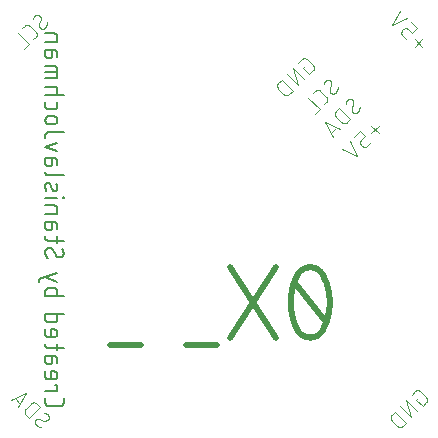
<source format=gbr>
G04 EAGLE Gerber RS-274X export*
G75*
%MOMM*%
%FSLAX34Y34*%
%LPD*%
%INSilkscreen Bottom*%
%IPPOS*%
%AMOC8*
5,1,8,0,0,1.08239X$1,22.5*%
G01*
%ADD10C,0.127000*%
%ADD11C,0.508000*%
%ADD12C,0.101600*%


D10*
X-147747Y-150867D02*
X-147747Y-154310D01*
X-147745Y-154425D01*
X-147739Y-154540D01*
X-147730Y-154655D01*
X-147716Y-154769D01*
X-147699Y-154883D01*
X-147678Y-154996D01*
X-147653Y-155108D01*
X-147625Y-155220D01*
X-147592Y-155330D01*
X-147556Y-155439D01*
X-147517Y-155547D01*
X-147474Y-155654D01*
X-147427Y-155759D01*
X-147377Y-155863D01*
X-147323Y-155965D01*
X-147266Y-156065D01*
X-147206Y-156163D01*
X-147143Y-156259D01*
X-147076Y-156352D01*
X-147006Y-156444D01*
X-146933Y-156533D01*
X-146858Y-156620D01*
X-146779Y-156704D01*
X-146698Y-156785D01*
X-146614Y-156864D01*
X-146527Y-156939D01*
X-146438Y-157012D01*
X-146346Y-157082D01*
X-146253Y-157149D01*
X-146157Y-157212D01*
X-146059Y-157272D01*
X-145959Y-157329D01*
X-145857Y-157383D01*
X-145753Y-157433D01*
X-145648Y-157480D01*
X-145541Y-157523D01*
X-145433Y-157562D01*
X-145324Y-157598D01*
X-145214Y-157631D01*
X-145102Y-157659D01*
X-144990Y-157684D01*
X-144877Y-157705D01*
X-144763Y-157722D01*
X-144649Y-157736D01*
X-144534Y-157745D01*
X-144419Y-157751D01*
X-144304Y-157753D01*
X-135696Y-157753D01*
X-135581Y-157751D01*
X-135466Y-157745D01*
X-135351Y-157736D01*
X-135237Y-157722D01*
X-135123Y-157705D01*
X-135010Y-157684D01*
X-134898Y-157659D01*
X-134786Y-157631D01*
X-134676Y-157598D01*
X-134567Y-157563D01*
X-134459Y-157523D01*
X-134352Y-157480D01*
X-134247Y-157433D01*
X-134143Y-157383D01*
X-134041Y-157329D01*
X-133941Y-157272D01*
X-133843Y-157212D01*
X-133747Y-157149D01*
X-133654Y-157082D01*
X-133562Y-157012D01*
X-133473Y-156939D01*
X-133387Y-156864D01*
X-133302Y-156785D01*
X-133221Y-156704D01*
X-133143Y-156620D01*
X-133067Y-156533D01*
X-132994Y-156444D01*
X-132924Y-156352D01*
X-132857Y-156259D01*
X-132794Y-156163D01*
X-132734Y-156065D01*
X-132677Y-155965D01*
X-132623Y-155863D01*
X-132573Y-155759D01*
X-132526Y-155654D01*
X-132483Y-155547D01*
X-132444Y-155439D01*
X-132408Y-155330D01*
X-132375Y-155220D01*
X-132347Y-155108D01*
X-132322Y-154996D01*
X-132301Y-154883D01*
X-132284Y-154769D01*
X-132270Y-154655D01*
X-132261Y-154540D01*
X-132255Y-154425D01*
X-132253Y-154310D01*
X-132253Y-150867D01*
X-137418Y-144884D02*
X-147747Y-144884D01*
X-137418Y-144884D02*
X-137418Y-139719D01*
X-139139Y-139719D01*
X-147747Y-132469D02*
X-147747Y-128165D01*
X-147747Y-132469D02*
X-147745Y-132568D01*
X-147739Y-132667D01*
X-147730Y-132765D01*
X-147717Y-132863D01*
X-147700Y-132961D01*
X-147679Y-133057D01*
X-147655Y-133153D01*
X-147627Y-133248D01*
X-147595Y-133342D01*
X-147560Y-133434D01*
X-147521Y-133525D01*
X-147479Y-133615D01*
X-147433Y-133702D01*
X-147384Y-133788D01*
X-147332Y-133872D01*
X-147277Y-133954D01*
X-147218Y-134034D01*
X-147157Y-134112D01*
X-147093Y-134187D01*
X-147025Y-134259D01*
X-146955Y-134329D01*
X-146883Y-134397D01*
X-146808Y-134461D01*
X-146730Y-134522D01*
X-146650Y-134581D01*
X-146568Y-134636D01*
X-146484Y-134688D01*
X-146398Y-134737D01*
X-146311Y-134783D01*
X-146221Y-134825D01*
X-146130Y-134864D01*
X-146038Y-134899D01*
X-145944Y-134931D01*
X-145849Y-134959D01*
X-145753Y-134983D01*
X-145657Y-135004D01*
X-145559Y-135021D01*
X-145461Y-135034D01*
X-145363Y-135043D01*
X-145264Y-135049D01*
X-145165Y-135051D01*
X-145165Y-135052D02*
X-140861Y-135052D01*
X-140745Y-135050D01*
X-140629Y-135044D01*
X-140513Y-135034D01*
X-140397Y-135021D01*
X-140282Y-135003D01*
X-140168Y-134982D01*
X-140054Y-134956D01*
X-139942Y-134927D01*
X-139830Y-134894D01*
X-139720Y-134857D01*
X-139611Y-134817D01*
X-139503Y-134773D01*
X-139397Y-134725D01*
X-139293Y-134674D01*
X-139190Y-134619D01*
X-139089Y-134561D01*
X-138991Y-134500D01*
X-138894Y-134435D01*
X-138800Y-134367D01*
X-138708Y-134296D01*
X-138618Y-134221D01*
X-138531Y-134144D01*
X-138447Y-134064D01*
X-138366Y-133981D01*
X-138287Y-133895D01*
X-138211Y-133807D01*
X-138138Y-133716D01*
X-138069Y-133623D01*
X-138002Y-133528D01*
X-137939Y-133430D01*
X-137879Y-133331D01*
X-137823Y-133229D01*
X-137770Y-133125D01*
X-137720Y-133020D01*
X-137675Y-132913D01*
X-137632Y-132805D01*
X-137594Y-132695D01*
X-137559Y-132584D01*
X-137528Y-132472D01*
X-137501Y-132359D01*
X-137477Y-132245D01*
X-137458Y-132130D01*
X-137442Y-132015D01*
X-137430Y-131899D01*
X-137422Y-131783D01*
X-137418Y-131667D01*
X-137418Y-131551D01*
X-137422Y-131435D01*
X-137430Y-131319D01*
X-137442Y-131203D01*
X-137458Y-131088D01*
X-137477Y-130973D01*
X-137501Y-130859D01*
X-137528Y-130746D01*
X-137559Y-130634D01*
X-137594Y-130523D01*
X-137632Y-130413D01*
X-137675Y-130305D01*
X-137720Y-130198D01*
X-137770Y-130093D01*
X-137823Y-129989D01*
X-137879Y-129888D01*
X-137939Y-129788D01*
X-138002Y-129690D01*
X-138069Y-129595D01*
X-138138Y-129502D01*
X-138211Y-129411D01*
X-138287Y-129323D01*
X-138366Y-129237D01*
X-138447Y-129154D01*
X-138531Y-129074D01*
X-138618Y-128997D01*
X-138708Y-128922D01*
X-138800Y-128851D01*
X-138894Y-128783D01*
X-138991Y-128718D01*
X-139089Y-128657D01*
X-139190Y-128599D01*
X-139293Y-128544D01*
X-139397Y-128493D01*
X-139503Y-128445D01*
X-139611Y-128401D01*
X-139720Y-128361D01*
X-139830Y-128324D01*
X-139942Y-128291D01*
X-140054Y-128262D01*
X-140168Y-128236D01*
X-140282Y-128215D01*
X-140397Y-128197D01*
X-140513Y-128184D01*
X-140629Y-128174D01*
X-140745Y-128168D01*
X-140861Y-128166D01*
X-140861Y-128165D02*
X-142582Y-128165D01*
X-142582Y-135052D01*
X-141722Y-119224D02*
X-141722Y-115350D01*
X-141721Y-119224D02*
X-141723Y-119333D01*
X-141729Y-119441D01*
X-141739Y-119550D01*
X-141752Y-119658D01*
X-141770Y-119765D01*
X-141791Y-119872D01*
X-141817Y-119978D01*
X-141846Y-120082D01*
X-141879Y-120186D01*
X-141915Y-120289D01*
X-141956Y-120390D01*
X-141999Y-120489D01*
X-142047Y-120587D01*
X-142098Y-120683D01*
X-142152Y-120777D01*
X-142210Y-120870D01*
X-142271Y-120960D01*
X-142335Y-121047D01*
X-142403Y-121133D01*
X-142473Y-121216D01*
X-142547Y-121296D01*
X-142623Y-121374D01*
X-142702Y-121448D01*
X-142783Y-121520D01*
X-142868Y-121589D01*
X-142954Y-121655D01*
X-143043Y-121718D01*
X-143134Y-121777D01*
X-143228Y-121833D01*
X-143323Y-121886D01*
X-143420Y-121935D01*
X-143518Y-121981D01*
X-143619Y-122023D01*
X-143721Y-122061D01*
X-143824Y-122096D01*
X-143928Y-122127D01*
X-144033Y-122154D01*
X-144140Y-122178D01*
X-144247Y-122197D01*
X-144354Y-122213D01*
X-144462Y-122225D01*
X-144571Y-122233D01*
X-144680Y-122237D01*
X-144788Y-122237D01*
X-144897Y-122233D01*
X-145006Y-122225D01*
X-145114Y-122213D01*
X-145221Y-122197D01*
X-145328Y-122178D01*
X-145435Y-122154D01*
X-145540Y-122127D01*
X-145644Y-122096D01*
X-145747Y-122061D01*
X-145849Y-122023D01*
X-145950Y-121981D01*
X-146048Y-121935D01*
X-146145Y-121886D01*
X-146241Y-121833D01*
X-146334Y-121777D01*
X-146425Y-121718D01*
X-146514Y-121655D01*
X-146600Y-121589D01*
X-146685Y-121520D01*
X-146766Y-121448D01*
X-146845Y-121374D01*
X-146921Y-121296D01*
X-146995Y-121216D01*
X-147065Y-121133D01*
X-147133Y-121047D01*
X-147197Y-120960D01*
X-147258Y-120870D01*
X-147316Y-120777D01*
X-147370Y-120683D01*
X-147421Y-120587D01*
X-147469Y-120489D01*
X-147512Y-120390D01*
X-147553Y-120289D01*
X-147589Y-120186D01*
X-147622Y-120082D01*
X-147651Y-119978D01*
X-147677Y-119872D01*
X-147698Y-119765D01*
X-147716Y-119658D01*
X-147729Y-119550D01*
X-147739Y-119441D01*
X-147745Y-119333D01*
X-147747Y-119224D01*
X-147747Y-115350D01*
X-140000Y-115350D01*
X-140000Y-115351D02*
X-139901Y-115353D01*
X-139802Y-115359D01*
X-139704Y-115368D01*
X-139606Y-115381D01*
X-139508Y-115398D01*
X-139412Y-115419D01*
X-139316Y-115443D01*
X-139221Y-115471D01*
X-139127Y-115503D01*
X-139035Y-115538D01*
X-138944Y-115577D01*
X-138854Y-115619D01*
X-138767Y-115665D01*
X-138681Y-115714D01*
X-138596Y-115766D01*
X-138515Y-115821D01*
X-138435Y-115880D01*
X-138357Y-115941D01*
X-138282Y-116005D01*
X-138210Y-116073D01*
X-138140Y-116143D01*
X-138072Y-116215D01*
X-138008Y-116290D01*
X-137947Y-116368D01*
X-137888Y-116448D01*
X-137833Y-116530D01*
X-137781Y-116614D01*
X-137732Y-116700D01*
X-137686Y-116787D01*
X-137644Y-116877D01*
X-137605Y-116968D01*
X-137570Y-117060D01*
X-137538Y-117154D01*
X-137510Y-117249D01*
X-137486Y-117345D01*
X-137465Y-117441D01*
X-137448Y-117539D01*
X-137435Y-117637D01*
X-137426Y-117735D01*
X-137420Y-117834D01*
X-137418Y-117933D01*
X-137418Y-121376D01*
X-137418Y-110018D02*
X-137418Y-104854D01*
X-132253Y-108297D02*
X-145165Y-108297D01*
X-145165Y-108296D02*
X-145264Y-108294D01*
X-145363Y-108288D01*
X-145461Y-108279D01*
X-145559Y-108266D01*
X-145657Y-108249D01*
X-145753Y-108228D01*
X-145849Y-108204D01*
X-145944Y-108176D01*
X-146038Y-108144D01*
X-146130Y-108109D01*
X-146221Y-108070D01*
X-146311Y-108028D01*
X-146398Y-107982D01*
X-146484Y-107933D01*
X-146568Y-107881D01*
X-146650Y-107826D01*
X-146730Y-107767D01*
X-146808Y-107706D01*
X-146883Y-107642D01*
X-146955Y-107574D01*
X-147025Y-107504D01*
X-147093Y-107432D01*
X-147157Y-107357D01*
X-147218Y-107279D01*
X-147277Y-107199D01*
X-147332Y-107117D01*
X-147384Y-107033D01*
X-147433Y-106947D01*
X-147479Y-106860D01*
X-147521Y-106770D01*
X-147560Y-106679D01*
X-147595Y-106587D01*
X-147627Y-106493D01*
X-147655Y-106398D01*
X-147679Y-106302D01*
X-147700Y-106206D01*
X-147717Y-106108D01*
X-147730Y-106010D01*
X-147739Y-105912D01*
X-147745Y-105813D01*
X-147747Y-105714D01*
X-147747Y-104854D01*
X-147747Y-96792D02*
X-147747Y-92488D01*
X-147747Y-96792D02*
X-147745Y-96891D01*
X-147739Y-96990D01*
X-147730Y-97088D01*
X-147717Y-97186D01*
X-147700Y-97284D01*
X-147679Y-97380D01*
X-147655Y-97476D01*
X-147627Y-97571D01*
X-147595Y-97665D01*
X-147560Y-97757D01*
X-147521Y-97848D01*
X-147479Y-97938D01*
X-147433Y-98025D01*
X-147384Y-98111D01*
X-147332Y-98195D01*
X-147277Y-98277D01*
X-147218Y-98357D01*
X-147157Y-98435D01*
X-147093Y-98510D01*
X-147025Y-98582D01*
X-146955Y-98652D01*
X-146883Y-98720D01*
X-146808Y-98784D01*
X-146730Y-98845D01*
X-146650Y-98904D01*
X-146568Y-98959D01*
X-146484Y-99011D01*
X-146398Y-99060D01*
X-146311Y-99106D01*
X-146221Y-99148D01*
X-146130Y-99187D01*
X-146038Y-99222D01*
X-145944Y-99254D01*
X-145849Y-99282D01*
X-145753Y-99306D01*
X-145657Y-99327D01*
X-145559Y-99344D01*
X-145461Y-99357D01*
X-145363Y-99366D01*
X-145264Y-99372D01*
X-145165Y-99374D01*
X-140861Y-99374D01*
X-140745Y-99372D01*
X-140629Y-99366D01*
X-140513Y-99356D01*
X-140397Y-99343D01*
X-140282Y-99325D01*
X-140168Y-99304D01*
X-140054Y-99278D01*
X-139942Y-99249D01*
X-139830Y-99216D01*
X-139720Y-99179D01*
X-139611Y-99139D01*
X-139503Y-99095D01*
X-139397Y-99047D01*
X-139293Y-98996D01*
X-139190Y-98941D01*
X-139089Y-98883D01*
X-138991Y-98822D01*
X-138894Y-98757D01*
X-138800Y-98689D01*
X-138708Y-98618D01*
X-138618Y-98543D01*
X-138531Y-98466D01*
X-138447Y-98386D01*
X-138366Y-98303D01*
X-138287Y-98217D01*
X-138211Y-98129D01*
X-138138Y-98038D01*
X-138069Y-97945D01*
X-138002Y-97850D01*
X-137939Y-97752D01*
X-137879Y-97653D01*
X-137823Y-97551D01*
X-137770Y-97447D01*
X-137720Y-97342D01*
X-137675Y-97235D01*
X-137632Y-97127D01*
X-137594Y-97017D01*
X-137559Y-96906D01*
X-137528Y-96794D01*
X-137501Y-96681D01*
X-137477Y-96567D01*
X-137458Y-96452D01*
X-137442Y-96337D01*
X-137430Y-96221D01*
X-137422Y-96105D01*
X-137418Y-95989D01*
X-137418Y-95873D01*
X-137422Y-95757D01*
X-137430Y-95641D01*
X-137442Y-95525D01*
X-137458Y-95410D01*
X-137477Y-95295D01*
X-137501Y-95181D01*
X-137528Y-95068D01*
X-137559Y-94956D01*
X-137594Y-94845D01*
X-137632Y-94735D01*
X-137675Y-94627D01*
X-137720Y-94520D01*
X-137770Y-94415D01*
X-137823Y-94311D01*
X-137879Y-94210D01*
X-137939Y-94110D01*
X-138002Y-94012D01*
X-138069Y-93917D01*
X-138138Y-93824D01*
X-138211Y-93733D01*
X-138287Y-93645D01*
X-138366Y-93559D01*
X-138447Y-93476D01*
X-138531Y-93396D01*
X-138618Y-93319D01*
X-138708Y-93244D01*
X-138800Y-93173D01*
X-138894Y-93105D01*
X-138991Y-93040D01*
X-139089Y-92979D01*
X-139190Y-92921D01*
X-139293Y-92866D01*
X-139397Y-92815D01*
X-139503Y-92767D01*
X-139611Y-92723D01*
X-139720Y-92683D01*
X-139830Y-92646D01*
X-139942Y-92613D01*
X-140054Y-92584D01*
X-140168Y-92558D01*
X-140282Y-92537D01*
X-140397Y-92519D01*
X-140513Y-92506D01*
X-140629Y-92496D01*
X-140745Y-92490D01*
X-140861Y-92488D01*
X-142582Y-92488D01*
X-142582Y-99374D01*
X-147747Y-79672D02*
X-132253Y-79672D01*
X-147747Y-79672D02*
X-147747Y-83976D01*
X-147745Y-84075D01*
X-147739Y-84174D01*
X-147730Y-84272D01*
X-147717Y-84370D01*
X-147700Y-84468D01*
X-147679Y-84564D01*
X-147655Y-84660D01*
X-147627Y-84755D01*
X-147595Y-84849D01*
X-147560Y-84941D01*
X-147521Y-85032D01*
X-147479Y-85122D01*
X-147433Y-85209D01*
X-147384Y-85295D01*
X-147332Y-85379D01*
X-147277Y-85461D01*
X-147218Y-85541D01*
X-147157Y-85619D01*
X-147093Y-85694D01*
X-147025Y-85766D01*
X-146955Y-85836D01*
X-146883Y-85904D01*
X-146808Y-85968D01*
X-146730Y-86029D01*
X-146650Y-86088D01*
X-146568Y-86143D01*
X-146484Y-86195D01*
X-146398Y-86244D01*
X-146311Y-86290D01*
X-146221Y-86332D01*
X-146130Y-86371D01*
X-146038Y-86406D01*
X-145944Y-86438D01*
X-145849Y-86466D01*
X-145753Y-86490D01*
X-145657Y-86511D01*
X-145559Y-86528D01*
X-145461Y-86541D01*
X-145363Y-86550D01*
X-145264Y-86556D01*
X-145165Y-86558D01*
X-145165Y-86559D02*
X-140000Y-86559D01*
X-140000Y-86558D02*
X-139901Y-86556D01*
X-139802Y-86550D01*
X-139704Y-86541D01*
X-139606Y-86528D01*
X-139508Y-86511D01*
X-139412Y-86490D01*
X-139316Y-86466D01*
X-139221Y-86438D01*
X-139127Y-86406D01*
X-139035Y-86371D01*
X-138944Y-86332D01*
X-138854Y-86290D01*
X-138767Y-86244D01*
X-138681Y-86195D01*
X-138597Y-86143D01*
X-138515Y-86088D01*
X-138435Y-86029D01*
X-138357Y-85968D01*
X-138282Y-85904D01*
X-138210Y-85836D01*
X-138140Y-85766D01*
X-138072Y-85694D01*
X-138008Y-85619D01*
X-137947Y-85541D01*
X-137888Y-85461D01*
X-137833Y-85379D01*
X-137781Y-85295D01*
X-137732Y-85209D01*
X-137686Y-85122D01*
X-137644Y-85032D01*
X-137605Y-84941D01*
X-137570Y-84849D01*
X-137538Y-84755D01*
X-137510Y-84660D01*
X-137486Y-84564D01*
X-137465Y-84468D01*
X-137448Y-84370D01*
X-137435Y-84272D01*
X-137426Y-84174D01*
X-137420Y-84075D01*
X-137418Y-83976D01*
X-137418Y-79672D01*
X-132253Y-64619D02*
X-147747Y-64619D01*
X-147747Y-60315D01*
X-147745Y-60214D01*
X-147739Y-60112D01*
X-147729Y-60012D01*
X-147715Y-59911D01*
X-147697Y-59811D01*
X-147676Y-59712D01*
X-147650Y-59614D01*
X-147621Y-59517D01*
X-147587Y-59421D01*
X-147550Y-59327D01*
X-147510Y-59234D01*
X-147466Y-59143D01*
X-147418Y-59053D01*
X-147367Y-58966D01*
X-147312Y-58881D01*
X-147254Y-58797D01*
X-147193Y-58717D01*
X-147128Y-58638D01*
X-147061Y-58562D01*
X-146991Y-58489D01*
X-146918Y-58419D01*
X-146842Y-58352D01*
X-146764Y-58287D01*
X-146683Y-58226D01*
X-146600Y-58168D01*
X-146514Y-58114D01*
X-146427Y-58062D01*
X-146337Y-58014D01*
X-146246Y-57970D01*
X-146153Y-57930D01*
X-146059Y-57893D01*
X-145963Y-57859D01*
X-145866Y-57830D01*
X-145768Y-57804D01*
X-145669Y-57783D01*
X-145569Y-57765D01*
X-145469Y-57751D01*
X-145368Y-57741D01*
X-145266Y-57735D01*
X-145165Y-57733D01*
X-145165Y-57732D02*
X-140000Y-57732D01*
X-140000Y-57733D02*
X-139901Y-57735D01*
X-139802Y-57741D01*
X-139704Y-57750D01*
X-139606Y-57763D01*
X-139508Y-57780D01*
X-139412Y-57801D01*
X-139316Y-57825D01*
X-139221Y-57853D01*
X-139127Y-57885D01*
X-139035Y-57920D01*
X-138944Y-57959D01*
X-138854Y-58001D01*
X-138767Y-58047D01*
X-138681Y-58096D01*
X-138596Y-58148D01*
X-138515Y-58203D01*
X-138435Y-58262D01*
X-138357Y-58323D01*
X-138282Y-58387D01*
X-138210Y-58455D01*
X-138140Y-58525D01*
X-138072Y-58597D01*
X-138008Y-58672D01*
X-137947Y-58750D01*
X-137888Y-58830D01*
X-137833Y-58912D01*
X-137781Y-58996D01*
X-137732Y-59082D01*
X-137686Y-59169D01*
X-137644Y-59259D01*
X-137605Y-59350D01*
X-137570Y-59442D01*
X-137538Y-59536D01*
X-137510Y-59631D01*
X-137486Y-59727D01*
X-137465Y-59823D01*
X-137448Y-59921D01*
X-137435Y-60019D01*
X-137426Y-60117D01*
X-137420Y-60216D01*
X-137418Y-60315D01*
X-137418Y-64619D01*
X-152912Y-52299D02*
X-152912Y-50577D01*
X-137418Y-45413D01*
X-137418Y-52299D02*
X-147747Y-48856D01*
X-147747Y-27183D02*
X-147745Y-27068D01*
X-147739Y-26953D01*
X-147730Y-26838D01*
X-147716Y-26724D01*
X-147699Y-26610D01*
X-147678Y-26497D01*
X-147653Y-26385D01*
X-147625Y-26273D01*
X-147592Y-26163D01*
X-147557Y-26054D01*
X-147517Y-25946D01*
X-147474Y-25839D01*
X-147427Y-25734D01*
X-147377Y-25630D01*
X-147323Y-25528D01*
X-147266Y-25428D01*
X-147206Y-25330D01*
X-147143Y-25234D01*
X-147076Y-25141D01*
X-147006Y-25049D01*
X-146933Y-24960D01*
X-146858Y-24874D01*
X-146779Y-24789D01*
X-146698Y-24708D01*
X-146614Y-24630D01*
X-146527Y-24554D01*
X-146438Y-24481D01*
X-146346Y-24411D01*
X-146253Y-24344D01*
X-146157Y-24281D01*
X-146059Y-24221D01*
X-145959Y-24164D01*
X-145857Y-24110D01*
X-145753Y-24060D01*
X-145648Y-24013D01*
X-145541Y-23970D01*
X-145433Y-23931D01*
X-145324Y-23895D01*
X-145214Y-23862D01*
X-145102Y-23834D01*
X-144990Y-23809D01*
X-144877Y-23788D01*
X-144763Y-23771D01*
X-144649Y-23757D01*
X-144534Y-23748D01*
X-144419Y-23742D01*
X-144304Y-23740D01*
X-147747Y-27183D02*
X-147745Y-27357D01*
X-147739Y-27531D01*
X-147728Y-27705D01*
X-147714Y-27878D01*
X-147695Y-28051D01*
X-147672Y-28224D01*
X-147645Y-28396D01*
X-147614Y-28567D01*
X-147579Y-28737D01*
X-147540Y-28907D01*
X-147497Y-29075D01*
X-147449Y-29243D01*
X-147398Y-29409D01*
X-147343Y-29574D01*
X-147284Y-29738D01*
X-147220Y-29900D01*
X-147154Y-30061D01*
X-147083Y-30220D01*
X-147008Y-30377D01*
X-146930Y-30533D01*
X-146848Y-30686D01*
X-146762Y-30838D01*
X-146673Y-30987D01*
X-146580Y-31134D01*
X-146484Y-31279D01*
X-146384Y-31422D01*
X-146281Y-31562D01*
X-146175Y-31700D01*
X-146065Y-31835D01*
X-145952Y-31967D01*
X-145836Y-32097D01*
X-145717Y-32224D01*
X-145595Y-32348D01*
X-135696Y-31917D02*
X-135581Y-31915D01*
X-135466Y-31909D01*
X-135351Y-31900D01*
X-135237Y-31886D01*
X-135123Y-31869D01*
X-135010Y-31848D01*
X-134898Y-31823D01*
X-134786Y-31795D01*
X-134676Y-31762D01*
X-134567Y-31726D01*
X-134459Y-31687D01*
X-134352Y-31644D01*
X-134247Y-31597D01*
X-134143Y-31547D01*
X-134041Y-31493D01*
X-133941Y-31436D01*
X-133843Y-31376D01*
X-133747Y-31313D01*
X-133654Y-31246D01*
X-133562Y-31176D01*
X-133473Y-31103D01*
X-133386Y-31028D01*
X-133302Y-30949D01*
X-133221Y-30868D01*
X-133142Y-30784D01*
X-133067Y-30697D01*
X-132994Y-30608D01*
X-132924Y-30516D01*
X-132857Y-30423D01*
X-132794Y-30327D01*
X-132734Y-30229D01*
X-132677Y-30129D01*
X-132623Y-30027D01*
X-132573Y-29923D01*
X-132526Y-29818D01*
X-132483Y-29711D01*
X-132444Y-29603D01*
X-132408Y-29494D01*
X-132375Y-29384D01*
X-132347Y-29272D01*
X-132322Y-29160D01*
X-132301Y-29047D01*
X-132284Y-28933D01*
X-132270Y-28819D01*
X-132261Y-28704D01*
X-132255Y-28589D01*
X-132253Y-28474D01*
X-132255Y-28314D01*
X-132261Y-28155D01*
X-132271Y-27995D01*
X-132285Y-27836D01*
X-132302Y-27677D01*
X-132324Y-27519D01*
X-132350Y-27361D01*
X-132379Y-27204D01*
X-132413Y-27048D01*
X-132450Y-26892D01*
X-132491Y-26738D01*
X-132536Y-26585D01*
X-132584Y-26432D01*
X-132637Y-26281D01*
X-132693Y-26132D01*
X-132753Y-25984D01*
X-132816Y-25837D01*
X-132883Y-25692D01*
X-132954Y-25549D01*
X-133028Y-25407D01*
X-133106Y-25267D01*
X-133187Y-25130D01*
X-133271Y-24994D01*
X-133359Y-24861D01*
X-133450Y-24729D01*
X-133544Y-24600D01*
X-138709Y-30195D02*
X-138648Y-30295D01*
X-138583Y-30393D01*
X-138516Y-30489D01*
X-138445Y-30582D01*
X-138371Y-30673D01*
X-138294Y-30761D01*
X-138214Y-30847D01*
X-138131Y-30930D01*
X-138046Y-31010D01*
X-137958Y-31087D01*
X-137867Y-31161D01*
X-137774Y-31232D01*
X-137679Y-31300D01*
X-137581Y-31365D01*
X-137482Y-31427D01*
X-137380Y-31485D01*
X-137276Y-31540D01*
X-137171Y-31591D01*
X-137064Y-31638D01*
X-136955Y-31682D01*
X-136845Y-31723D01*
X-136734Y-31759D01*
X-136622Y-31792D01*
X-136508Y-31821D01*
X-136394Y-31847D01*
X-136279Y-31868D01*
X-136163Y-31886D01*
X-136047Y-31899D01*
X-135930Y-31909D01*
X-135813Y-31915D01*
X-135696Y-31917D01*
X-141291Y-25462D02*
X-141352Y-25362D01*
X-141417Y-25264D01*
X-141485Y-25168D01*
X-141555Y-25075D01*
X-141629Y-24984D01*
X-141706Y-24896D01*
X-141786Y-24810D01*
X-141869Y-24727D01*
X-141954Y-24647D01*
X-142042Y-24570D01*
X-142133Y-24496D01*
X-142226Y-24424D01*
X-142321Y-24356D01*
X-142419Y-24292D01*
X-142518Y-24230D01*
X-142620Y-24172D01*
X-142724Y-24117D01*
X-142829Y-24066D01*
X-142936Y-24019D01*
X-143045Y-23975D01*
X-143155Y-23934D01*
X-143266Y-23898D01*
X-143378Y-23865D01*
X-143492Y-23836D01*
X-143606Y-23810D01*
X-143721Y-23789D01*
X-143837Y-23771D01*
X-143953Y-23758D01*
X-144070Y-23748D01*
X-144187Y-23742D01*
X-144304Y-23740D01*
X-141291Y-25461D02*
X-138709Y-30196D01*
X-137418Y-19337D02*
X-137418Y-14172D01*
X-132253Y-17615D02*
X-145165Y-17615D01*
X-145264Y-17613D01*
X-145363Y-17607D01*
X-145461Y-17598D01*
X-145559Y-17585D01*
X-145657Y-17568D01*
X-145753Y-17547D01*
X-145849Y-17523D01*
X-145944Y-17495D01*
X-146038Y-17463D01*
X-146130Y-17428D01*
X-146221Y-17389D01*
X-146311Y-17347D01*
X-146398Y-17301D01*
X-146484Y-17252D01*
X-146568Y-17200D01*
X-146650Y-17145D01*
X-146730Y-17086D01*
X-146808Y-17025D01*
X-146883Y-16961D01*
X-146955Y-16893D01*
X-147025Y-16823D01*
X-147093Y-16751D01*
X-147157Y-16676D01*
X-147218Y-16598D01*
X-147277Y-16518D01*
X-147332Y-16436D01*
X-147384Y-16352D01*
X-147433Y-16266D01*
X-147479Y-16179D01*
X-147521Y-16089D01*
X-147560Y-15998D01*
X-147595Y-15906D01*
X-147627Y-15812D01*
X-147655Y-15717D01*
X-147679Y-15621D01*
X-147700Y-15525D01*
X-147717Y-15427D01*
X-147730Y-15329D01*
X-147739Y-15231D01*
X-147745Y-15132D01*
X-147747Y-15033D01*
X-147747Y-14172D01*
X-141722Y-5748D02*
X-141722Y-1875D01*
X-141721Y-5748D02*
X-141723Y-5857D01*
X-141729Y-5965D01*
X-141739Y-6074D01*
X-141752Y-6182D01*
X-141770Y-6289D01*
X-141791Y-6396D01*
X-141817Y-6502D01*
X-141846Y-6606D01*
X-141879Y-6710D01*
X-141915Y-6813D01*
X-141956Y-6914D01*
X-141999Y-7013D01*
X-142047Y-7111D01*
X-142098Y-7207D01*
X-142152Y-7301D01*
X-142210Y-7394D01*
X-142271Y-7484D01*
X-142335Y-7571D01*
X-142403Y-7657D01*
X-142473Y-7740D01*
X-142547Y-7820D01*
X-142623Y-7898D01*
X-142702Y-7972D01*
X-142783Y-8044D01*
X-142868Y-8113D01*
X-142954Y-8179D01*
X-143043Y-8242D01*
X-143134Y-8301D01*
X-143228Y-8357D01*
X-143323Y-8410D01*
X-143420Y-8459D01*
X-143518Y-8505D01*
X-143619Y-8547D01*
X-143721Y-8585D01*
X-143824Y-8620D01*
X-143928Y-8651D01*
X-144033Y-8678D01*
X-144140Y-8702D01*
X-144247Y-8721D01*
X-144354Y-8737D01*
X-144462Y-8749D01*
X-144571Y-8757D01*
X-144680Y-8761D01*
X-144788Y-8761D01*
X-144897Y-8757D01*
X-145006Y-8749D01*
X-145114Y-8737D01*
X-145221Y-8721D01*
X-145328Y-8702D01*
X-145435Y-8678D01*
X-145540Y-8651D01*
X-145644Y-8620D01*
X-145747Y-8585D01*
X-145849Y-8547D01*
X-145950Y-8505D01*
X-146048Y-8459D01*
X-146145Y-8410D01*
X-146241Y-8357D01*
X-146334Y-8301D01*
X-146425Y-8242D01*
X-146514Y-8179D01*
X-146600Y-8113D01*
X-146685Y-8044D01*
X-146766Y-7972D01*
X-146845Y-7898D01*
X-146921Y-7820D01*
X-146995Y-7740D01*
X-147065Y-7657D01*
X-147133Y-7571D01*
X-147197Y-7484D01*
X-147258Y-7394D01*
X-147316Y-7301D01*
X-147370Y-7207D01*
X-147421Y-7111D01*
X-147469Y-7013D01*
X-147512Y-6914D01*
X-147553Y-6813D01*
X-147589Y-6710D01*
X-147622Y-6606D01*
X-147651Y-6502D01*
X-147677Y-6396D01*
X-147698Y-6289D01*
X-147716Y-6182D01*
X-147729Y-6074D01*
X-147739Y-5965D01*
X-147745Y-5857D01*
X-147747Y-5748D01*
X-147747Y-1875D01*
X-140000Y-1875D01*
X-139901Y-1877D01*
X-139802Y-1883D01*
X-139704Y-1892D01*
X-139606Y-1905D01*
X-139508Y-1922D01*
X-139412Y-1943D01*
X-139316Y-1967D01*
X-139221Y-1995D01*
X-139127Y-2027D01*
X-139035Y-2062D01*
X-138944Y-2101D01*
X-138854Y-2143D01*
X-138767Y-2189D01*
X-138681Y-2238D01*
X-138596Y-2290D01*
X-138515Y-2345D01*
X-138435Y-2404D01*
X-138357Y-2465D01*
X-138282Y-2529D01*
X-138210Y-2597D01*
X-138140Y-2667D01*
X-138072Y-2739D01*
X-138008Y-2814D01*
X-137947Y-2892D01*
X-137888Y-2972D01*
X-137833Y-3054D01*
X-137781Y-3138D01*
X-137732Y-3224D01*
X-137686Y-3311D01*
X-137644Y-3401D01*
X-137605Y-3492D01*
X-137570Y-3584D01*
X-137538Y-3678D01*
X-137510Y-3773D01*
X-137486Y-3869D01*
X-137465Y-3965D01*
X-137448Y-4063D01*
X-137435Y-4161D01*
X-137426Y-4259D01*
X-137420Y-4358D01*
X-137418Y-4457D01*
X-137418Y-7900D01*
X-137418Y5182D02*
X-147747Y5182D01*
X-137418Y5182D02*
X-137418Y9486D01*
X-137420Y9587D01*
X-137426Y9689D01*
X-137436Y9789D01*
X-137450Y9890D01*
X-137468Y9990D01*
X-137489Y10089D01*
X-137515Y10187D01*
X-137544Y10284D01*
X-137578Y10380D01*
X-137615Y10474D01*
X-137655Y10567D01*
X-137699Y10658D01*
X-137747Y10748D01*
X-137798Y10835D01*
X-137853Y10920D01*
X-137911Y11004D01*
X-137972Y11084D01*
X-138037Y11163D01*
X-138104Y11239D01*
X-138174Y11312D01*
X-138247Y11382D01*
X-138323Y11449D01*
X-138401Y11514D01*
X-138482Y11575D01*
X-138566Y11633D01*
X-138651Y11688D01*
X-138738Y11739D01*
X-138828Y11787D01*
X-138919Y11831D01*
X-139012Y11871D01*
X-139106Y11908D01*
X-139202Y11942D01*
X-139299Y11971D01*
X-139397Y11997D01*
X-139496Y12018D01*
X-139596Y12036D01*
X-139696Y12050D01*
X-139797Y12060D01*
X-139899Y12066D01*
X-140000Y12068D01*
X-147747Y12068D01*
X-147747Y18536D02*
X-137418Y18536D01*
X-133114Y18105D02*
X-132253Y18105D01*
X-132253Y18966D01*
X-133114Y18966D01*
X-133114Y18105D01*
X-141722Y25799D02*
X-143443Y30103D01*
X-141721Y25799D02*
X-141685Y25713D01*
X-141644Y25628D01*
X-141601Y25545D01*
X-141553Y25464D01*
X-141503Y25385D01*
X-141449Y25308D01*
X-141392Y25233D01*
X-141332Y25161D01*
X-141268Y25092D01*
X-141202Y25025D01*
X-141134Y24961D01*
X-141062Y24900D01*
X-140988Y24843D01*
X-140912Y24788D01*
X-140834Y24736D01*
X-140753Y24688D01*
X-140671Y24644D01*
X-140586Y24602D01*
X-140500Y24565D01*
X-140413Y24531D01*
X-140324Y24501D01*
X-140234Y24474D01*
X-140143Y24451D01*
X-140051Y24432D01*
X-139958Y24418D01*
X-139865Y24406D01*
X-139771Y24399D01*
X-139678Y24396D01*
X-139584Y24397D01*
X-139490Y24402D01*
X-139397Y24410D01*
X-139304Y24423D01*
X-139211Y24439D01*
X-139120Y24460D01*
X-139029Y24484D01*
X-138939Y24512D01*
X-138851Y24544D01*
X-138764Y24579D01*
X-138679Y24618D01*
X-138595Y24660D01*
X-138513Y24707D01*
X-138434Y24756D01*
X-138356Y24809D01*
X-138281Y24865D01*
X-138208Y24924D01*
X-138137Y24986D01*
X-138070Y25051D01*
X-138005Y25119D01*
X-137943Y25189D01*
X-137884Y25262D01*
X-137828Y25338D01*
X-137775Y25415D01*
X-137726Y25495D01*
X-137680Y25577D01*
X-137638Y25661D01*
X-137599Y25746D01*
X-137563Y25833D01*
X-137532Y25921D01*
X-137504Y26011D01*
X-137480Y26102D01*
X-137460Y26193D01*
X-137443Y26286D01*
X-137431Y26379D01*
X-137422Y26472D01*
X-137418Y26566D01*
X-137417Y26660D01*
X-137418Y26660D02*
X-137424Y26895D01*
X-137436Y27129D01*
X-137453Y27364D01*
X-137477Y27598D01*
X-137505Y27831D01*
X-137540Y28063D01*
X-137580Y28295D01*
X-137625Y28526D01*
X-137676Y28755D01*
X-137732Y28983D01*
X-137794Y29210D01*
X-137862Y29435D01*
X-137935Y29659D01*
X-138013Y29880D01*
X-138096Y30100D01*
X-138185Y30318D01*
X-138279Y30533D01*
X-143443Y30103D02*
X-143479Y30189D01*
X-143520Y30274D01*
X-143563Y30357D01*
X-143611Y30438D01*
X-143661Y30517D01*
X-143715Y30594D01*
X-143772Y30669D01*
X-143832Y30741D01*
X-143896Y30810D01*
X-143962Y30877D01*
X-144030Y30941D01*
X-144102Y31002D01*
X-144176Y31059D01*
X-144252Y31114D01*
X-144330Y31166D01*
X-144411Y31214D01*
X-144493Y31258D01*
X-144578Y31300D01*
X-144664Y31337D01*
X-144751Y31371D01*
X-144840Y31401D01*
X-144930Y31428D01*
X-145021Y31451D01*
X-145113Y31470D01*
X-145206Y31484D01*
X-145299Y31496D01*
X-145393Y31503D01*
X-145486Y31506D01*
X-145580Y31505D01*
X-145674Y31500D01*
X-145767Y31492D01*
X-145860Y31479D01*
X-145953Y31463D01*
X-146044Y31442D01*
X-146135Y31418D01*
X-146225Y31390D01*
X-146313Y31358D01*
X-146400Y31323D01*
X-146485Y31284D01*
X-146569Y31242D01*
X-146651Y31195D01*
X-146730Y31146D01*
X-146808Y31093D01*
X-146883Y31037D01*
X-146956Y30978D01*
X-147027Y30916D01*
X-147094Y30851D01*
X-147159Y30783D01*
X-147221Y30713D01*
X-147280Y30640D01*
X-147336Y30564D01*
X-147389Y30487D01*
X-147438Y30407D01*
X-147484Y30325D01*
X-147526Y30241D01*
X-147565Y30156D01*
X-147601Y30069D01*
X-147632Y29981D01*
X-147660Y29891D01*
X-147684Y29800D01*
X-147704Y29709D01*
X-147721Y29616D01*
X-147733Y29523D01*
X-147742Y29430D01*
X-147746Y29336D01*
X-147747Y29242D01*
X-147737Y28896D01*
X-147720Y28552D01*
X-147695Y28207D01*
X-147662Y27864D01*
X-147620Y27521D01*
X-147570Y27179D01*
X-147513Y26839D01*
X-147447Y26500D01*
X-147373Y26162D01*
X-147291Y25827D01*
X-147202Y25494D01*
X-147104Y25162D01*
X-146999Y24834D01*
X-146886Y24507D01*
X-145165Y37620D02*
X-132253Y37620D01*
X-145165Y37621D02*
X-145264Y37623D01*
X-145363Y37629D01*
X-145461Y37638D01*
X-145559Y37651D01*
X-145657Y37668D01*
X-145753Y37689D01*
X-145849Y37713D01*
X-145944Y37741D01*
X-146038Y37773D01*
X-146130Y37808D01*
X-146221Y37847D01*
X-146311Y37889D01*
X-146398Y37935D01*
X-146484Y37984D01*
X-146568Y38036D01*
X-146650Y38091D01*
X-146730Y38150D01*
X-146808Y38211D01*
X-146883Y38275D01*
X-146955Y38343D01*
X-147025Y38413D01*
X-147093Y38485D01*
X-147157Y38560D01*
X-147218Y38638D01*
X-147277Y38718D01*
X-147332Y38800D01*
X-147384Y38884D01*
X-147433Y38970D01*
X-147479Y39057D01*
X-147521Y39147D01*
X-147560Y39238D01*
X-147595Y39330D01*
X-147627Y39424D01*
X-147655Y39519D01*
X-147679Y39615D01*
X-147700Y39711D01*
X-147717Y39809D01*
X-147730Y39907D01*
X-147739Y40005D01*
X-147745Y40104D01*
X-147747Y40203D01*
X-141722Y48264D02*
X-141722Y52138D01*
X-141721Y48264D02*
X-141723Y48155D01*
X-141729Y48047D01*
X-141739Y47938D01*
X-141752Y47830D01*
X-141770Y47723D01*
X-141791Y47616D01*
X-141817Y47510D01*
X-141846Y47406D01*
X-141879Y47302D01*
X-141915Y47199D01*
X-141956Y47098D01*
X-141999Y46999D01*
X-142047Y46901D01*
X-142098Y46805D01*
X-142152Y46711D01*
X-142210Y46618D01*
X-142271Y46528D01*
X-142335Y46441D01*
X-142403Y46355D01*
X-142473Y46272D01*
X-142547Y46192D01*
X-142623Y46114D01*
X-142702Y46040D01*
X-142783Y45968D01*
X-142868Y45899D01*
X-142954Y45833D01*
X-143043Y45770D01*
X-143134Y45711D01*
X-143228Y45655D01*
X-143323Y45602D01*
X-143420Y45553D01*
X-143518Y45507D01*
X-143619Y45465D01*
X-143721Y45427D01*
X-143824Y45392D01*
X-143928Y45361D01*
X-144033Y45334D01*
X-144140Y45310D01*
X-144247Y45291D01*
X-144354Y45275D01*
X-144462Y45263D01*
X-144571Y45255D01*
X-144680Y45251D01*
X-144788Y45251D01*
X-144897Y45255D01*
X-145006Y45263D01*
X-145114Y45275D01*
X-145221Y45291D01*
X-145328Y45310D01*
X-145435Y45334D01*
X-145540Y45361D01*
X-145644Y45392D01*
X-145747Y45427D01*
X-145849Y45465D01*
X-145950Y45507D01*
X-146048Y45553D01*
X-146145Y45602D01*
X-146241Y45655D01*
X-146334Y45711D01*
X-146425Y45770D01*
X-146514Y45833D01*
X-146600Y45899D01*
X-146685Y45968D01*
X-146766Y46040D01*
X-146845Y46114D01*
X-146921Y46192D01*
X-146995Y46272D01*
X-147065Y46355D01*
X-147133Y46441D01*
X-147197Y46528D01*
X-147258Y46618D01*
X-147316Y46711D01*
X-147370Y46805D01*
X-147421Y46901D01*
X-147469Y46999D01*
X-147512Y47098D01*
X-147553Y47199D01*
X-147589Y47302D01*
X-147622Y47406D01*
X-147651Y47510D01*
X-147677Y47616D01*
X-147698Y47723D01*
X-147716Y47830D01*
X-147729Y47938D01*
X-147739Y48047D01*
X-147745Y48155D01*
X-147747Y48264D01*
X-147747Y52138D01*
X-140000Y52138D01*
X-140000Y52137D02*
X-139901Y52135D01*
X-139802Y52129D01*
X-139704Y52120D01*
X-139606Y52107D01*
X-139508Y52090D01*
X-139412Y52069D01*
X-139316Y52045D01*
X-139221Y52017D01*
X-139127Y51985D01*
X-139035Y51950D01*
X-138944Y51911D01*
X-138854Y51869D01*
X-138767Y51823D01*
X-138681Y51774D01*
X-138597Y51722D01*
X-138515Y51667D01*
X-138435Y51608D01*
X-138357Y51547D01*
X-138282Y51483D01*
X-138210Y51415D01*
X-138140Y51345D01*
X-138072Y51273D01*
X-138008Y51198D01*
X-137947Y51120D01*
X-137888Y51040D01*
X-137833Y50958D01*
X-137781Y50874D01*
X-137732Y50788D01*
X-137686Y50701D01*
X-137644Y50611D01*
X-137605Y50520D01*
X-137570Y50428D01*
X-137538Y50334D01*
X-137510Y50239D01*
X-137486Y50143D01*
X-137465Y50047D01*
X-137448Y49949D01*
X-137435Y49851D01*
X-137426Y49753D01*
X-137420Y49654D01*
X-137418Y49555D01*
X-137418Y46112D01*
X-137418Y58203D02*
X-147747Y61647D01*
X-137418Y65090D01*
X-132253Y74426D02*
X-144304Y74426D01*
X-144419Y74424D01*
X-144534Y74418D01*
X-144649Y74409D01*
X-144763Y74395D01*
X-144877Y74378D01*
X-144990Y74357D01*
X-145102Y74332D01*
X-145214Y74304D01*
X-145324Y74271D01*
X-145433Y74235D01*
X-145541Y74196D01*
X-145648Y74153D01*
X-145753Y74106D01*
X-145857Y74056D01*
X-145959Y74002D01*
X-146059Y73945D01*
X-146157Y73885D01*
X-146253Y73822D01*
X-146346Y73755D01*
X-146438Y73685D01*
X-146527Y73612D01*
X-146614Y73536D01*
X-146698Y73458D01*
X-146779Y73377D01*
X-146858Y73292D01*
X-146933Y73206D01*
X-147006Y73117D01*
X-147076Y73025D01*
X-147143Y72932D01*
X-147206Y72836D01*
X-147266Y72738D01*
X-147323Y72638D01*
X-147377Y72536D01*
X-147427Y72432D01*
X-147474Y72327D01*
X-147517Y72220D01*
X-147557Y72112D01*
X-147592Y72003D01*
X-147625Y71893D01*
X-147653Y71781D01*
X-147678Y71669D01*
X-147699Y71556D01*
X-147716Y71442D01*
X-147730Y71328D01*
X-147739Y71213D01*
X-147745Y71098D01*
X-147747Y70983D01*
X-147747Y69262D01*
X-144304Y80998D02*
X-140861Y80998D01*
X-140745Y81000D01*
X-140629Y81006D01*
X-140513Y81016D01*
X-140397Y81029D01*
X-140282Y81047D01*
X-140168Y81068D01*
X-140054Y81094D01*
X-139942Y81123D01*
X-139830Y81156D01*
X-139720Y81193D01*
X-139611Y81233D01*
X-139503Y81277D01*
X-139397Y81325D01*
X-139293Y81376D01*
X-139190Y81431D01*
X-139089Y81489D01*
X-138991Y81550D01*
X-138894Y81615D01*
X-138800Y81683D01*
X-138708Y81754D01*
X-138618Y81829D01*
X-138531Y81906D01*
X-138447Y81986D01*
X-138366Y82069D01*
X-138287Y82155D01*
X-138211Y82243D01*
X-138138Y82334D01*
X-138069Y82427D01*
X-138002Y82522D01*
X-137939Y82620D01*
X-137879Y82719D01*
X-137823Y82821D01*
X-137770Y82925D01*
X-137720Y83030D01*
X-137675Y83137D01*
X-137632Y83245D01*
X-137594Y83355D01*
X-137559Y83466D01*
X-137528Y83578D01*
X-137501Y83691D01*
X-137477Y83805D01*
X-137458Y83920D01*
X-137442Y84035D01*
X-137430Y84151D01*
X-137422Y84267D01*
X-137418Y84383D01*
X-137418Y84499D01*
X-137422Y84615D01*
X-137430Y84731D01*
X-137442Y84847D01*
X-137458Y84962D01*
X-137477Y85077D01*
X-137501Y85191D01*
X-137528Y85304D01*
X-137559Y85416D01*
X-137594Y85527D01*
X-137632Y85637D01*
X-137675Y85745D01*
X-137720Y85852D01*
X-137770Y85957D01*
X-137823Y86061D01*
X-137879Y86162D01*
X-137939Y86262D01*
X-138002Y86360D01*
X-138069Y86455D01*
X-138138Y86548D01*
X-138211Y86639D01*
X-138287Y86727D01*
X-138366Y86813D01*
X-138447Y86896D01*
X-138531Y86976D01*
X-138618Y87053D01*
X-138708Y87128D01*
X-138800Y87199D01*
X-138894Y87267D01*
X-138991Y87332D01*
X-139089Y87393D01*
X-139190Y87451D01*
X-139293Y87506D01*
X-139397Y87557D01*
X-139503Y87605D01*
X-139611Y87649D01*
X-139720Y87689D01*
X-139830Y87726D01*
X-139942Y87759D01*
X-140054Y87788D01*
X-140168Y87814D01*
X-140282Y87835D01*
X-140397Y87853D01*
X-140513Y87866D01*
X-140629Y87876D01*
X-140745Y87882D01*
X-140861Y87884D01*
X-144304Y87884D01*
X-144420Y87882D01*
X-144536Y87876D01*
X-144652Y87866D01*
X-144768Y87853D01*
X-144883Y87835D01*
X-144997Y87814D01*
X-145111Y87788D01*
X-145223Y87759D01*
X-145335Y87726D01*
X-145445Y87689D01*
X-145554Y87649D01*
X-145662Y87605D01*
X-145768Y87557D01*
X-145872Y87506D01*
X-145975Y87451D01*
X-146076Y87393D01*
X-146174Y87332D01*
X-146271Y87267D01*
X-146365Y87199D01*
X-146457Y87128D01*
X-146547Y87053D01*
X-146634Y86976D01*
X-146718Y86896D01*
X-146799Y86813D01*
X-146878Y86727D01*
X-146954Y86639D01*
X-147027Y86548D01*
X-147096Y86455D01*
X-147163Y86360D01*
X-147226Y86262D01*
X-147286Y86163D01*
X-147342Y86061D01*
X-147395Y85957D01*
X-147445Y85852D01*
X-147490Y85745D01*
X-147533Y85637D01*
X-147571Y85527D01*
X-147606Y85416D01*
X-147637Y85304D01*
X-147664Y85191D01*
X-147688Y85077D01*
X-147707Y84962D01*
X-147723Y84847D01*
X-147735Y84731D01*
X-147743Y84615D01*
X-147747Y84499D01*
X-147747Y84383D01*
X-147743Y84267D01*
X-147735Y84151D01*
X-147723Y84035D01*
X-147707Y83920D01*
X-147688Y83805D01*
X-147664Y83691D01*
X-147637Y83578D01*
X-147606Y83466D01*
X-147571Y83355D01*
X-147533Y83245D01*
X-147490Y83137D01*
X-147445Y83030D01*
X-147395Y82925D01*
X-147342Y82821D01*
X-147286Y82720D01*
X-147226Y82620D01*
X-147163Y82522D01*
X-147096Y82427D01*
X-147027Y82334D01*
X-146954Y82243D01*
X-146878Y82155D01*
X-146799Y82069D01*
X-146718Y81986D01*
X-146634Y81906D01*
X-146547Y81829D01*
X-146457Y81754D01*
X-146365Y81683D01*
X-146271Y81615D01*
X-146174Y81550D01*
X-146076Y81489D01*
X-145975Y81431D01*
X-145872Y81376D01*
X-145768Y81325D01*
X-145662Y81277D01*
X-145554Y81233D01*
X-145445Y81193D01*
X-145335Y81156D01*
X-145223Y81123D01*
X-145111Y81094D01*
X-144997Y81068D01*
X-144883Y81047D01*
X-144768Y81029D01*
X-144652Y81016D01*
X-144536Y81006D01*
X-144420Y81000D01*
X-144304Y80998D01*
X-147747Y96480D02*
X-147747Y99923D01*
X-147747Y96480D02*
X-147745Y96381D01*
X-147739Y96282D01*
X-147730Y96184D01*
X-147717Y96086D01*
X-147700Y95988D01*
X-147679Y95892D01*
X-147655Y95796D01*
X-147627Y95701D01*
X-147595Y95607D01*
X-147560Y95515D01*
X-147521Y95424D01*
X-147479Y95334D01*
X-147433Y95247D01*
X-147384Y95161D01*
X-147332Y95077D01*
X-147277Y94995D01*
X-147218Y94915D01*
X-147157Y94837D01*
X-147093Y94762D01*
X-147025Y94690D01*
X-146955Y94620D01*
X-146883Y94552D01*
X-146808Y94488D01*
X-146730Y94427D01*
X-146650Y94368D01*
X-146568Y94313D01*
X-146484Y94261D01*
X-146398Y94212D01*
X-146311Y94166D01*
X-146221Y94124D01*
X-146130Y94085D01*
X-146038Y94050D01*
X-145944Y94018D01*
X-145849Y93990D01*
X-145753Y93966D01*
X-145657Y93945D01*
X-145559Y93928D01*
X-145461Y93915D01*
X-145363Y93906D01*
X-145264Y93900D01*
X-145165Y93898D01*
X-145165Y93897D02*
X-140000Y93897D01*
X-140000Y93898D02*
X-139901Y93900D01*
X-139802Y93906D01*
X-139704Y93915D01*
X-139606Y93928D01*
X-139508Y93945D01*
X-139412Y93966D01*
X-139316Y93990D01*
X-139221Y94018D01*
X-139127Y94050D01*
X-139035Y94085D01*
X-138944Y94124D01*
X-138854Y94166D01*
X-138767Y94212D01*
X-138681Y94261D01*
X-138597Y94313D01*
X-138515Y94368D01*
X-138435Y94427D01*
X-138357Y94488D01*
X-138282Y94552D01*
X-138210Y94620D01*
X-138140Y94690D01*
X-138072Y94762D01*
X-138008Y94837D01*
X-137947Y94915D01*
X-137888Y94995D01*
X-137833Y95077D01*
X-137781Y95161D01*
X-137732Y95247D01*
X-137686Y95334D01*
X-137644Y95424D01*
X-137605Y95515D01*
X-137570Y95607D01*
X-137538Y95701D01*
X-137510Y95796D01*
X-137486Y95892D01*
X-137465Y95988D01*
X-137448Y96086D01*
X-137435Y96184D01*
X-137426Y96282D01*
X-137420Y96381D01*
X-137418Y96480D01*
X-137418Y99923D01*
X-132253Y105774D02*
X-147747Y105774D01*
X-137418Y105774D02*
X-137418Y110078D01*
X-137420Y110179D01*
X-137426Y110281D01*
X-137436Y110381D01*
X-137450Y110482D01*
X-137468Y110582D01*
X-137489Y110681D01*
X-137515Y110779D01*
X-137544Y110876D01*
X-137578Y110972D01*
X-137615Y111066D01*
X-137655Y111159D01*
X-137699Y111250D01*
X-137747Y111340D01*
X-137798Y111427D01*
X-137853Y111512D01*
X-137911Y111596D01*
X-137972Y111676D01*
X-138037Y111755D01*
X-138104Y111831D01*
X-138174Y111904D01*
X-138247Y111974D01*
X-138323Y112041D01*
X-138401Y112106D01*
X-138482Y112167D01*
X-138566Y112225D01*
X-138651Y112280D01*
X-138738Y112331D01*
X-138828Y112379D01*
X-138919Y112423D01*
X-139012Y112463D01*
X-139106Y112500D01*
X-139202Y112534D01*
X-139299Y112563D01*
X-139397Y112589D01*
X-139496Y112610D01*
X-139596Y112628D01*
X-139696Y112642D01*
X-139797Y112652D01*
X-139899Y112658D01*
X-140000Y112660D01*
X-147747Y112660D01*
X-147747Y119909D02*
X-137418Y119909D01*
X-137418Y127656D01*
X-137420Y127755D01*
X-137426Y127854D01*
X-137435Y127952D01*
X-137448Y128050D01*
X-137465Y128148D01*
X-137486Y128244D01*
X-137510Y128340D01*
X-137538Y128435D01*
X-137570Y128529D01*
X-137605Y128621D01*
X-137644Y128712D01*
X-137686Y128802D01*
X-137732Y128889D01*
X-137781Y128975D01*
X-137833Y129059D01*
X-137888Y129141D01*
X-137947Y129221D01*
X-138008Y129299D01*
X-138072Y129374D01*
X-138140Y129446D01*
X-138210Y129516D01*
X-138282Y129584D01*
X-138357Y129648D01*
X-138435Y129709D01*
X-138515Y129768D01*
X-138597Y129823D01*
X-138681Y129875D01*
X-138767Y129924D01*
X-138854Y129970D01*
X-138944Y130012D01*
X-139035Y130051D01*
X-139127Y130086D01*
X-139221Y130118D01*
X-139316Y130146D01*
X-139412Y130170D01*
X-139508Y130191D01*
X-139606Y130208D01*
X-139704Y130221D01*
X-139802Y130230D01*
X-139901Y130236D01*
X-140000Y130238D01*
X-140000Y130239D02*
X-147747Y130239D01*
X-147747Y125074D02*
X-137418Y125074D01*
X-141722Y139936D02*
X-141722Y143810D01*
X-141721Y139936D02*
X-141723Y139827D01*
X-141729Y139719D01*
X-141739Y139610D01*
X-141752Y139502D01*
X-141770Y139395D01*
X-141791Y139288D01*
X-141817Y139182D01*
X-141846Y139078D01*
X-141879Y138974D01*
X-141915Y138871D01*
X-141956Y138770D01*
X-141999Y138671D01*
X-142047Y138573D01*
X-142098Y138477D01*
X-142152Y138383D01*
X-142210Y138290D01*
X-142271Y138200D01*
X-142335Y138113D01*
X-142403Y138027D01*
X-142473Y137944D01*
X-142547Y137864D01*
X-142623Y137786D01*
X-142702Y137712D01*
X-142783Y137640D01*
X-142868Y137571D01*
X-142954Y137505D01*
X-143043Y137442D01*
X-143134Y137383D01*
X-143228Y137327D01*
X-143323Y137274D01*
X-143420Y137225D01*
X-143518Y137179D01*
X-143619Y137137D01*
X-143721Y137099D01*
X-143824Y137064D01*
X-143928Y137033D01*
X-144033Y137006D01*
X-144140Y136982D01*
X-144247Y136963D01*
X-144354Y136947D01*
X-144462Y136935D01*
X-144571Y136927D01*
X-144680Y136923D01*
X-144788Y136923D01*
X-144897Y136927D01*
X-145006Y136935D01*
X-145114Y136947D01*
X-145221Y136963D01*
X-145328Y136982D01*
X-145435Y137006D01*
X-145540Y137033D01*
X-145644Y137064D01*
X-145747Y137099D01*
X-145849Y137137D01*
X-145950Y137179D01*
X-146048Y137225D01*
X-146145Y137274D01*
X-146241Y137327D01*
X-146334Y137383D01*
X-146425Y137442D01*
X-146514Y137505D01*
X-146600Y137571D01*
X-146685Y137640D01*
X-146766Y137712D01*
X-146845Y137786D01*
X-146921Y137864D01*
X-146995Y137944D01*
X-147065Y138027D01*
X-147133Y138113D01*
X-147197Y138200D01*
X-147258Y138290D01*
X-147316Y138383D01*
X-147370Y138477D01*
X-147421Y138573D01*
X-147469Y138671D01*
X-147512Y138770D01*
X-147553Y138871D01*
X-147589Y138974D01*
X-147622Y139078D01*
X-147651Y139182D01*
X-147677Y139288D01*
X-147698Y139395D01*
X-147716Y139502D01*
X-147729Y139610D01*
X-147739Y139719D01*
X-147745Y139827D01*
X-147747Y139936D01*
X-147747Y143810D01*
X-140000Y143810D01*
X-139901Y143808D01*
X-139802Y143802D01*
X-139704Y143793D01*
X-139606Y143780D01*
X-139508Y143763D01*
X-139412Y143742D01*
X-139316Y143718D01*
X-139221Y143690D01*
X-139127Y143658D01*
X-139035Y143623D01*
X-138944Y143584D01*
X-138854Y143542D01*
X-138767Y143496D01*
X-138681Y143447D01*
X-138597Y143395D01*
X-138515Y143340D01*
X-138435Y143281D01*
X-138357Y143220D01*
X-138282Y143156D01*
X-138210Y143088D01*
X-138140Y143018D01*
X-138072Y142946D01*
X-138008Y142871D01*
X-137947Y142793D01*
X-137888Y142713D01*
X-137833Y142631D01*
X-137781Y142547D01*
X-137732Y142461D01*
X-137686Y142374D01*
X-137644Y142284D01*
X-137605Y142193D01*
X-137570Y142101D01*
X-137538Y142007D01*
X-137510Y141912D01*
X-137486Y141816D01*
X-137465Y141720D01*
X-137448Y141622D01*
X-137435Y141524D01*
X-137426Y141426D01*
X-137420Y141327D01*
X-137418Y141228D01*
X-137418Y137784D01*
X-137418Y150867D02*
X-147747Y150867D01*
X-137418Y150867D02*
X-137418Y155171D01*
X-137420Y155272D01*
X-137426Y155374D01*
X-137436Y155474D01*
X-137450Y155575D01*
X-137468Y155675D01*
X-137489Y155774D01*
X-137515Y155872D01*
X-137544Y155969D01*
X-137578Y156065D01*
X-137615Y156159D01*
X-137655Y156252D01*
X-137699Y156343D01*
X-137747Y156433D01*
X-137798Y156520D01*
X-137853Y156605D01*
X-137911Y156689D01*
X-137972Y156769D01*
X-138037Y156848D01*
X-138104Y156924D01*
X-138174Y156997D01*
X-138247Y157067D01*
X-138323Y157134D01*
X-138401Y157199D01*
X-138482Y157260D01*
X-138566Y157318D01*
X-138651Y157373D01*
X-138738Y157424D01*
X-138828Y157472D01*
X-138919Y157516D01*
X-139012Y157556D01*
X-139106Y157593D01*
X-139202Y157627D01*
X-139299Y157656D01*
X-139397Y157682D01*
X-139496Y157703D01*
X-139596Y157721D01*
X-139696Y157735D01*
X-139797Y157745D01*
X-139899Y157751D01*
X-140000Y157753D01*
X-147747Y157753D01*
D11*
X88132Y-48537D02*
X88632Y-49594D01*
X89106Y-50663D01*
X89555Y-51742D01*
X89978Y-52833D01*
X90375Y-53933D01*
X90745Y-55042D01*
X91089Y-56159D01*
X91406Y-57285D01*
X91696Y-58417D01*
X91959Y-59557D01*
X92194Y-60702D01*
X92403Y-61853D01*
X92583Y-63008D01*
X92736Y-64167D01*
X92862Y-65330D01*
X92959Y-66495D01*
X93029Y-67662D01*
X93071Y-68831D01*
X93085Y-70000D01*
X88132Y-48537D02*
X88032Y-48257D01*
X87925Y-47979D01*
X87812Y-47705D01*
X87692Y-47433D01*
X87566Y-47164D01*
X87433Y-46898D01*
X87293Y-46636D01*
X87147Y-46377D01*
X86995Y-46122D01*
X86837Y-45870D01*
X86673Y-45622D01*
X86503Y-45379D01*
X86327Y-45139D01*
X86145Y-44904D01*
X85957Y-44674D01*
X85764Y-44448D01*
X85566Y-44227D01*
X85362Y-44011D01*
X85153Y-43800D01*
X84939Y-43594D01*
X84719Y-43393D01*
X84496Y-43197D01*
X84267Y-43008D01*
X84034Y-42823D01*
X83796Y-42645D01*
X83555Y-42472D01*
X83309Y-42305D01*
X83059Y-42144D01*
X82805Y-41990D01*
X82548Y-41841D01*
X82287Y-41699D01*
X82022Y-41564D01*
X81755Y-41434D01*
X81484Y-41312D01*
X81210Y-41196D01*
X80934Y-41086D01*
X80655Y-40984D01*
X80374Y-40888D01*
X80091Y-40799D01*
X79805Y-40717D01*
X79517Y-40642D01*
X79228Y-40574D01*
X78937Y-40513D01*
X78645Y-40459D01*
X78352Y-40412D01*
X78057Y-40372D01*
X77762Y-40340D01*
X77466Y-40315D01*
X77169Y-40296D01*
X76872Y-40286D01*
X76575Y-40282D01*
X76278Y-40286D01*
X75981Y-40296D01*
X75684Y-40315D01*
X75388Y-40340D01*
X75093Y-40372D01*
X74798Y-40412D01*
X74505Y-40459D01*
X74213Y-40513D01*
X73922Y-40574D01*
X73633Y-40642D01*
X73345Y-40717D01*
X73059Y-40799D01*
X72776Y-40888D01*
X72495Y-40984D01*
X72216Y-41086D01*
X71940Y-41196D01*
X71666Y-41312D01*
X71395Y-41434D01*
X71128Y-41564D01*
X70863Y-41699D01*
X70602Y-41841D01*
X70345Y-41990D01*
X70091Y-42144D01*
X69841Y-42305D01*
X69595Y-42472D01*
X69354Y-42645D01*
X69116Y-42823D01*
X68883Y-43008D01*
X68654Y-43197D01*
X68431Y-43393D01*
X68211Y-43594D01*
X67997Y-43800D01*
X67788Y-44011D01*
X67584Y-44227D01*
X67386Y-44448D01*
X67193Y-44674D01*
X67005Y-44904D01*
X66823Y-45139D01*
X66647Y-45379D01*
X66477Y-45622D01*
X66313Y-45870D01*
X66155Y-46122D01*
X66003Y-46377D01*
X65857Y-46636D01*
X65717Y-46898D01*
X65584Y-47164D01*
X65458Y-47433D01*
X65338Y-47705D01*
X65225Y-47979D01*
X65118Y-48257D01*
X65018Y-48537D01*
X65017Y-48537D02*
X64517Y-49594D01*
X64043Y-50663D01*
X63594Y-51742D01*
X63171Y-52833D01*
X62774Y-53933D01*
X62404Y-55042D01*
X62060Y-56159D01*
X61743Y-57285D01*
X61453Y-58417D01*
X61190Y-59557D01*
X60955Y-60702D01*
X60746Y-61853D01*
X60566Y-63008D01*
X60413Y-64167D01*
X60287Y-65330D01*
X60190Y-66495D01*
X60120Y-67662D01*
X60078Y-68831D01*
X60064Y-70000D01*
X93085Y-70000D02*
X93071Y-71169D01*
X93029Y-72338D01*
X92959Y-73505D01*
X92862Y-74670D01*
X92736Y-75833D01*
X92583Y-76992D01*
X92403Y-78147D01*
X92194Y-79298D01*
X91959Y-80443D01*
X91696Y-81583D01*
X91406Y-82715D01*
X91089Y-83841D01*
X90745Y-84958D01*
X90375Y-86067D01*
X89978Y-87167D01*
X89555Y-88258D01*
X89106Y-89337D01*
X88632Y-90406D01*
X88132Y-91463D01*
X88032Y-91743D01*
X87925Y-92021D01*
X87812Y-92295D01*
X87692Y-92567D01*
X87566Y-92836D01*
X87433Y-93102D01*
X87293Y-93364D01*
X87147Y-93623D01*
X86995Y-93878D01*
X86837Y-94130D01*
X86673Y-94378D01*
X86503Y-94621D01*
X86327Y-94861D01*
X86145Y-95096D01*
X85957Y-95326D01*
X85764Y-95552D01*
X85566Y-95773D01*
X85362Y-95989D01*
X85153Y-96200D01*
X84939Y-96406D01*
X84719Y-96607D01*
X84496Y-96803D01*
X84267Y-96992D01*
X84034Y-97177D01*
X83796Y-97355D01*
X83555Y-97528D01*
X83309Y-97695D01*
X83059Y-97856D01*
X82805Y-98010D01*
X82548Y-98159D01*
X82287Y-98301D01*
X82022Y-98436D01*
X81755Y-98566D01*
X81484Y-98688D01*
X81210Y-98804D01*
X80934Y-98914D01*
X80655Y-99016D01*
X80374Y-99112D01*
X80091Y-99201D01*
X79805Y-99283D01*
X79517Y-99358D01*
X79228Y-99426D01*
X78937Y-99487D01*
X78645Y-99541D01*
X78352Y-99588D01*
X78057Y-99628D01*
X77762Y-99660D01*
X77466Y-99685D01*
X77169Y-99704D01*
X76872Y-99714D01*
X76575Y-99718D01*
X65017Y-91463D02*
X64517Y-90406D01*
X64043Y-89337D01*
X63594Y-88258D01*
X63171Y-87167D01*
X62774Y-86067D01*
X62404Y-84958D01*
X62060Y-83841D01*
X61743Y-82715D01*
X61453Y-81583D01*
X61190Y-80443D01*
X60955Y-79298D01*
X60746Y-78147D01*
X60566Y-76992D01*
X60413Y-75833D01*
X60287Y-74670D01*
X60190Y-73505D01*
X60120Y-72338D01*
X60078Y-71169D01*
X60064Y-70000D01*
X65018Y-91463D02*
X65118Y-91743D01*
X65225Y-92021D01*
X65338Y-92295D01*
X65458Y-92567D01*
X65584Y-92836D01*
X65717Y-93102D01*
X65857Y-93364D01*
X66003Y-93623D01*
X66155Y-93878D01*
X66313Y-94130D01*
X66477Y-94378D01*
X66647Y-94621D01*
X66823Y-94861D01*
X67005Y-95096D01*
X67193Y-95326D01*
X67386Y-95552D01*
X67584Y-95773D01*
X67788Y-95989D01*
X67997Y-96200D01*
X68211Y-96406D01*
X68431Y-96607D01*
X68654Y-96803D01*
X68883Y-96992D01*
X69116Y-97177D01*
X69354Y-97355D01*
X69595Y-97528D01*
X69841Y-97695D01*
X70091Y-97856D01*
X70345Y-98010D01*
X70602Y-98159D01*
X70863Y-98301D01*
X71128Y-98436D01*
X71395Y-98566D01*
X71666Y-98688D01*
X71940Y-98804D01*
X72216Y-98914D01*
X72495Y-99016D01*
X72776Y-99112D01*
X73059Y-99201D01*
X73345Y-99283D01*
X73633Y-99358D01*
X73922Y-99426D01*
X74213Y-99487D01*
X74505Y-99541D01*
X74798Y-99588D01*
X75093Y-99628D01*
X75388Y-99660D01*
X75684Y-99685D01*
X75981Y-99704D01*
X76278Y-99714D01*
X76575Y-99718D01*
X89783Y-86510D02*
X63367Y-53490D01*
X48000Y-99718D02*
X8376Y-40282D01*
X48000Y-40282D02*
X8376Y-99718D01*
X-2153Y-106322D02*
X-28569Y-106322D01*
X-66669Y-106322D02*
X-93085Y-106322D01*
D12*
X-148062Y162599D02*
X-148139Y162524D01*
X-148219Y162453D01*
X-148301Y162384D01*
X-148386Y162319D01*
X-148473Y162256D01*
X-148563Y162197D01*
X-148654Y162141D01*
X-148748Y162089D01*
X-148843Y162040D01*
X-148940Y161994D01*
X-149039Y161952D01*
X-149139Y161914D01*
X-149240Y161879D01*
X-149343Y161848D01*
X-149447Y161821D01*
X-149551Y161798D01*
X-149657Y161779D01*
X-149763Y161763D01*
X-149869Y161751D01*
X-149976Y161743D01*
X-150083Y161739D01*
X-150191Y161739D01*
X-150298Y161743D01*
X-150405Y161751D01*
X-150511Y161763D01*
X-150617Y161779D01*
X-150723Y161798D01*
X-150827Y161821D01*
X-150931Y161848D01*
X-151034Y161879D01*
X-151135Y161914D01*
X-151235Y161952D01*
X-151334Y161994D01*
X-151431Y162040D01*
X-151526Y162089D01*
X-151620Y162141D01*
X-151711Y162197D01*
X-151801Y162256D01*
X-151888Y162319D01*
X-151973Y162384D01*
X-152055Y162453D01*
X-152135Y162524D01*
X-152212Y162599D01*
X-148062Y162599D02*
X-147955Y162708D01*
X-147851Y162820D01*
X-147750Y162935D01*
X-147651Y163052D01*
X-147556Y163172D01*
X-147463Y163293D01*
X-147374Y163418D01*
X-147287Y163544D01*
X-147204Y163672D01*
X-147124Y163802D01*
X-147047Y163935D01*
X-146974Y164069D01*
X-146903Y164205D01*
X-146836Y164342D01*
X-146773Y164482D01*
X-146713Y164622D01*
X-146656Y164765D01*
X-146604Y164908D01*
X-146554Y165053D01*
X-146508Y165199D01*
X-146466Y165346D01*
X-146427Y165494D01*
X-146393Y165643D01*
X-146361Y165793D01*
X-146334Y165943D01*
X-146310Y166094D01*
X-146290Y166246D01*
X-146274Y166398D01*
X-146261Y166551D01*
X-146252Y166703D01*
X-146247Y166856D01*
X-146246Y167009D01*
X-152473Y172716D02*
X-152550Y172791D01*
X-152630Y172862D01*
X-152712Y172931D01*
X-152797Y172996D01*
X-152884Y173059D01*
X-152974Y173118D01*
X-153065Y173174D01*
X-153159Y173226D01*
X-153254Y173275D01*
X-153351Y173321D01*
X-153450Y173363D01*
X-153550Y173401D01*
X-153651Y173436D01*
X-153754Y173467D01*
X-153858Y173494D01*
X-153962Y173517D01*
X-154068Y173536D01*
X-154174Y173552D01*
X-154280Y173564D01*
X-154387Y173572D01*
X-154494Y173576D01*
X-154602Y173576D01*
X-154709Y173572D01*
X-154816Y173564D01*
X-154922Y173552D01*
X-155028Y173536D01*
X-155134Y173517D01*
X-155238Y173494D01*
X-155342Y173467D01*
X-155445Y173436D01*
X-155546Y173401D01*
X-155646Y173363D01*
X-155745Y173321D01*
X-155842Y173275D01*
X-155937Y173226D01*
X-156031Y173174D01*
X-156122Y173118D01*
X-156212Y173059D01*
X-156299Y172996D01*
X-156384Y172931D01*
X-156466Y172862D01*
X-156546Y172791D01*
X-156623Y172716D01*
X-156726Y172610D01*
X-156826Y172502D01*
X-156923Y172391D01*
X-157017Y172277D01*
X-157108Y172161D01*
X-157196Y172043D01*
X-157281Y171922D01*
X-157362Y171799D01*
X-157440Y171674D01*
X-157515Y171546D01*
X-157586Y171417D01*
X-157654Y171286D01*
X-157718Y171153D01*
X-157779Y171019D01*
X-157836Y170883D01*
X-157889Y170745D01*
X-157939Y170606D01*
X-157985Y170466D01*
X-158027Y170324D01*
X-158065Y170182D01*
X-158100Y170038D01*
X-158130Y169894D01*
X-158157Y169749D01*
X-158180Y169603D01*
X-151694Y169863D02*
X-151669Y169967D01*
X-151648Y170072D01*
X-151630Y170177D01*
X-151617Y170283D01*
X-151607Y170389D01*
X-151601Y170496D01*
X-151599Y170602D01*
X-151601Y170709D01*
X-151606Y170816D01*
X-151615Y170922D01*
X-151629Y171028D01*
X-151645Y171133D01*
X-151666Y171238D01*
X-151690Y171342D01*
X-151719Y171445D01*
X-151750Y171547D01*
X-151786Y171647D01*
X-151825Y171747D01*
X-151867Y171845D01*
X-151913Y171941D01*
X-151962Y172035D01*
X-152015Y172128D01*
X-152071Y172219D01*
X-152130Y172308D01*
X-152193Y172394D01*
X-152258Y172479D01*
X-152327Y172561D01*
X-152398Y172640D01*
X-152472Y172717D01*
X-152991Y165453D02*
X-153016Y165349D01*
X-153037Y165244D01*
X-153055Y165139D01*
X-153068Y165033D01*
X-153078Y164927D01*
X-153084Y164820D01*
X-153086Y164714D01*
X-153084Y164607D01*
X-153079Y164500D01*
X-153070Y164394D01*
X-153056Y164288D01*
X-153040Y164183D01*
X-153019Y164078D01*
X-152995Y163974D01*
X-152966Y163871D01*
X-152935Y163769D01*
X-152899Y163669D01*
X-152860Y163569D01*
X-152818Y163471D01*
X-152772Y163375D01*
X-152723Y163281D01*
X-152670Y163188D01*
X-152614Y163097D01*
X-152555Y163008D01*
X-152492Y162922D01*
X-152427Y162837D01*
X-152358Y162755D01*
X-152287Y162676D01*
X-152213Y162599D01*
X-152991Y165452D02*
X-151694Y169863D01*
X-155750Y154911D02*
X-157825Y152836D01*
X-155750Y154911D02*
X-155675Y154988D01*
X-155604Y155068D01*
X-155535Y155150D01*
X-155470Y155235D01*
X-155407Y155322D01*
X-155348Y155412D01*
X-155292Y155503D01*
X-155240Y155597D01*
X-155191Y155692D01*
X-155145Y155789D01*
X-155103Y155888D01*
X-155065Y155988D01*
X-155030Y156089D01*
X-154999Y156192D01*
X-154972Y156296D01*
X-154949Y156400D01*
X-154930Y156506D01*
X-154914Y156612D01*
X-154902Y156718D01*
X-154894Y156825D01*
X-154890Y156932D01*
X-154890Y157040D01*
X-154894Y157147D01*
X-154902Y157254D01*
X-154914Y157360D01*
X-154930Y157466D01*
X-154949Y157572D01*
X-154972Y157676D01*
X-154999Y157780D01*
X-155030Y157883D01*
X-155065Y157984D01*
X-155103Y158084D01*
X-155145Y158183D01*
X-155191Y158280D01*
X-155240Y158375D01*
X-155292Y158469D01*
X-155348Y158560D01*
X-155407Y158650D01*
X-155470Y158737D01*
X-155535Y158822D01*
X-155604Y158904D01*
X-155675Y158984D01*
X-155750Y159061D01*
X-155750Y159062D02*
X-160938Y164250D01*
X-160939Y164250D02*
X-161016Y164325D01*
X-161096Y164396D01*
X-161178Y164465D01*
X-161263Y164530D01*
X-161350Y164593D01*
X-161440Y164652D01*
X-161531Y164708D01*
X-161625Y164760D01*
X-161720Y164809D01*
X-161817Y164855D01*
X-161916Y164897D01*
X-162016Y164935D01*
X-162117Y164970D01*
X-162220Y165001D01*
X-162324Y165028D01*
X-162428Y165051D01*
X-162534Y165070D01*
X-162640Y165086D01*
X-162746Y165098D01*
X-162853Y165106D01*
X-162960Y165110D01*
X-163068Y165110D01*
X-163175Y165106D01*
X-163282Y165098D01*
X-163388Y165086D01*
X-163494Y165070D01*
X-163600Y165051D01*
X-163704Y165028D01*
X-163808Y165001D01*
X-163911Y164970D01*
X-164012Y164935D01*
X-164112Y164897D01*
X-164211Y164855D01*
X-164308Y164809D01*
X-164403Y164760D01*
X-164497Y164708D01*
X-164588Y164652D01*
X-164678Y164593D01*
X-164765Y164530D01*
X-164850Y164465D01*
X-164932Y164396D01*
X-165012Y164325D01*
X-165089Y164250D01*
X-167165Y162175D01*
X-170901Y158439D02*
X-161561Y149099D01*
X-165712Y144949D01*
X-155726Y-169463D02*
X-155801Y-169540D01*
X-155872Y-169620D01*
X-155941Y-169702D01*
X-156006Y-169787D01*
X-156069Y-169874D01*
X-156128Y-169964D01*
X-156184Y-170055D01*
X-156236Y-170149D01*
X-156285Y-170244D01*
X-156331Y-170341D01*
X-156373Y-170440D01*
X-156411Y-170540D01*
X-156446Y-170641D01*
X-156477Y-170744D01*
X-156504Y-170848D01*
X-156527Y-170952D01*
X-156546Y-171058D01*
X-156562Y-171164D01*
X-156574Y-171270D01*
X-156582Y-171377D01*
X-156586Y-171484D01*
X-156586Y-171592D01*
X-156582Y-171699D01*
X-156574Y-171806D01*
X-156562Y-171912D01*
X-156546Y-172018D01*
X-156527Y-172124D01*
X-156504Y-172228D01*
X-156477Y-172332D01*
X-156446Y-172435D01*
X-156411Y-172536D01*
X-156373Y-172636D01*
X-156331Y-172735D01*
X-156285Y-172832D01*
X-156236Y-172927D01*
X-156184Y-173021D01*
X-156128Y-173112D01*
X-156069Y-173202D01*
X-156006Y-173289D01*
X-155941Y-173374D01*
X-155872Y-173456D01*
X-155801Y-173536D01*
X-155726Y-173613D01*
X-155617Y-173720D01*
X-155505Y-173824D01*
X-155390Y-173925D01*
X-155273Y-174024D01*
X-155153Y-174119D01*
X-155031Y-174212D01*
X-154907Y-174301D01*
X-154781Y-174388D01*
X-154653Y-174471D01*
X-154523Y-174551D01*
X-154390Y-174628D01*
X-154256Y-174701D01*
X-154120Y-174772D01*
X-153983Y-174839D01*
X-153843Y-174902D01*
X-153703Y-174962D01*
X-153560Y-175019D01*
X-153417Y-175071D01*
X-153272Y-175121D01*
X-153126Y-175167D01*
X-152979Y-175209D01*
X-152831Y-175248D01*
X-152682Y-175282D01*
X-152532Y-175314D01*
X-152382Y-175341D01*
X-152231Y-175365D01*
X-152079Y-175385D01*
X-151927Y-175401D01*
X-151775Y-175414D01*
X-151622Y-175423D01*
X-151469Y-175428D01*
X-151316Y-175429D01*
X-145609Y-169202D02*
X-145534Y-169125D01*
X-145463Y-169045D01*
X-145394Y-168963D01*
X-145329Y-168878D01*
X-145266Y-168791D01*
X-145207Y-168701D01*
X-145151Y-168610D01*
X-145099Y-168516D01*
X-145050Y-168421D01*
X-145004Y-168324D01*
X-144962Y-168225D01*
X-144924Y-168125D01*
X-144889Y-168024D01*
X-144858Y-167921D01*
X-144831Y-167817D01*
X-144808Y-167713D01*
X-144789Y-167607D01*
X-144773Y-167501D01*
X-144761Y-167395D01*
X-144753Y-167288D01*
X-144749Y-167181D01*
X-144749Y-167073D01*
X-144753Y-166966D01*
X-144761Y-166859D01*
X-144773Y-166753D01*
X-144789Y-166647D01*
X-144808Y-166541D01*
X-144831Y-166437D01*
X-144858Y-166333D01*
X-144889Y-166230D01*
X-144924Y-166129D01*
X-144962Y-166029D01*
X-145004Y-165930D01*
X-145050Y-165833D01*
X-145099Y-165738D01*
X-145151Y-165644D01*
X-145207Y-165553D01*
X-145266Y-165463D01*
X-145329Y-165376D01*
X-145394Y-165291D01*
X-145463Y-165209D01*
X-145534Y-165129D01*
X-145609Y-165052D01*
X-145715Y-164949D01*
X-145823Y-164849D01*
X-145934Y-164752D01*
X-146048Y-164658D01*
X-146164Y-164567D01*
X-146282Y-164479D01*
X-146403Y-164394D01*
X-146526Y-164313D01*
X-146651Y-164235D01*
X-146779Y-164160D01*
X-146908Y-164089D01*
X-147039Y-164021D01*
X-147172Y-163957D01*
X-147306Y-163896D01*
X-147442Y-163839D01*
X-147580Y-163786D01*
X-147719Y-163736D01*
X-147859Y-163690D01*
X-148001Y-163648D01*
X-148143Y-163610D01*
X-148287Y-163575D01*
X-148431Y-163545D01*
X-148576Y-163518D01*
X-148722Y-163495D01*
X-148462Y-169981D02*
X-148358Y-170006D01*
X-148254Y-170027D01*
X-148148Y-170045D01*
X-148042Y-170058D01*
X-147936Y-170068D01*
X-147830Y-170074D01*
X-147723Y-170076D01*
X-147616Y-170074D01*
X-147510Y-170069D01*
X-147403Y-170060D01*
X-147297Y-170046D01*
X-147192Y-170030D01*
X-147087Y-170009D01*
X-146983Y-169985D01*
X-146880Y-169956D01*
X-146778Y-169925D01*
X-146678Y-169889D01*
X-146578Y-169850D01*
X-146480Y-169808D01*
X-146384Y-169762D01*
X-146290Y-169713D01*
X-146197Y-169660D01*
X-146106Y-169604D01*
X-146017Y-169545D01*
X-145931Y-169482D01*
X-145846Y-169417D01*
X-145764Y-169348D01*
X-145685Y-169277D01*
X-145608Y-169203D01*
X-152872Y-168684D02*
X-152976Y-168659D01*
X-153081Y-168638D01*
X-153186Y-168620D01*
X-153292Y-168607D01*
X-153398Y-168597D01*
X-153505Y-168591D01*
X-153611Y-168589D01*
X-153718Y-168591D01*
X-153825Y-168596D01*
X-153931Y-168605D01*
X-154037Y-168619D01*
X-154142Y-168635D01*
X-154247Y-168656D01*
X-154351Y-168680D01*
X-154454Y-168709D01*
X-154556Y-168740D01*
X-154656Y-168776D01*
X-154756Y-168815D01*
X-154854Y-168857D01*
X-154950Y-168903D01*
X-155044Y-168952D01*
X-155137Y-169005D01*
X-155228Y-169061D01*
X-155317Y-169120D01*
X-155403Y-169183D01*
X-155488Y-169248D01*
X-155570Y-169317D01*
X-155649Y-169388D01*
X-155726Y-169462D01*
X-152873Y-168684D02*
X-148462Y-169981D01*
X-152326Y-158335D02*
X-161665Y-167674D01*
X-152326Y-158335D02*
X-154920Y-155740D01*
X-154920Y-155741D02*
X-155006Y-155657D01*
X-155095Y-155577D01*
X-155186Y-155499D01*
X-155280Y-155424D01*
X-155377Y-155353D01*
X-155476Y-155284D01*
X-155577Y-155219D01*
X-155679Y-155158D01*
X-155784Y-155099D01*
X-155891Y-155044D01*
X-156000Y-154993D01*
X-156110Y-154945D01*
X-156222Y-154901D01*
X-156335Y-154861D01*
X-156449Y-154824D01*
X-156564Y-154791D01*
X-156681Y-154762D01*
X-156798Y-154736D01*
X-156916Y-154715D01*
X-157035Y-154697D01*
X-157154Y-154684D01*
X-157274Y-154674D01*
X-157394Y-154668D01*
X-157514Y-154666D01*
X-157634Y-154668D01*
X-157754Y-154674D01*
X-157874Y-154684D01*
X-157993Y-154697D01*
X-158112Y-154715D01*
X-158230Y-154737D01*
X-158347Y-154762D01*
X-158464Y-154791D01*
X-158579Y-154824D01*
X-158693Y-154861D01*
X-158806Y-154901D01*
X-158918Y-154945D01*
X-159028Y-154993D01*
X-159137Y-155044D01*
X-159244Y-155099D01*
X-159349Y-155158D01*
X-159452Y-155219D01*
X-159552Y-155284D01*
X-159651Y-155353D01*
X-159748Y-155424D01*
X-159842Y-155499D01*
X-159933Y-155577D01*
X-160022Y-155657D01*
X-160108Y-155741D01*
X-160109Y-155741D02*
X-164260Y-159891D01*
X-164259Y-159892D02*
X-164343Y-159978D01*
X-164424Y-160067D01*
X-164501Y-160158D01*
X-164576Y-160252D01*
X-164647Y-160349D01*
X-164716Y-160448D01*
X-164781Y-160549D01*
X-164842Y-160652D01*
X-164901Y-160756D01*
X-164956Y-160863D01*
X-165007Y-160972D01*
X-165055Y-161082D01*
X-165099Y-161194D01*
X-165139Y-161307D01*
X-165176Y-161421D01*
X-165209Y-161536D01*
X-165238Y-161653D01*
X-165264Y-161770D01*
X-165285Y-161888D01*
X-165303Y-162007D01*
X-165316Y-162126D01*
X-165326Y-162246D01*
X-165332Y-162366D01*
X-165334Y-162486D01*
X-165332Y-162606D01*
X-165326Y-162726D01*
X-165316Y-162846D01*
X-165303Y-162965D01*
X-165285Y-163084D01*
X-165264Y-163202D01*
X-165238Y-163319D01*
X-165209Y-163436D01*
X-165176Y-163551D01*
X-165139Y-163665D01*
X-165099Y-163778D01*
X-165055Y-163890D01*
X-165007Y-164000D01*
X-164956Y-164109D01*
X-164901Y-164216D01*
X-164842Y-164321D01*
X-164781Y-164423D01*
X-164716Y-164524D01*
X-164647Y-164623D01*
X-164576Y-164720D01*
X-164501Y-164814D01*
X-164424Y-164905D01*
X-164343Y-164994D01*
X-164259Y-165080D01*
X-164260Y-165080D02*
X-161665Y-167674D01*
X-170500Y-158839D02*
X-164274Y-146387D01*
X-176727Y-152613D01*
X-173613Y-151056D02*
X-168944Y-155726D01*
X166543Y-152420D02*
X168099Y-150863D01*
X166543Y-152420D02*
X171731Y-157608D01*
X174844Y-154495D01*
X174919Y-154418D01*
X174990Y-154338D01*
X175059Y-154256D01*
X175124Y-154171D01*
X175187Y-154084D01*
X175246Y-153994D01*
X175302Y-153903D01*
X175354Y-153809D01*
X175403Y-153714D01*
X175449Y-153617D01*
X175491Y-153518D01*
X175529Y-153418D01*
X175564Y-153317D01*
X175595Y-153214D01*
X175622Y-153110D01*
X175645Y-153006D01*
X175664Y-152900D01*
X175680Y-152794D01*
X175692Y-152688D01*
X175700Y-152581D01*
X175704Y-152474D01*
X175704Y-152366D01*
X175700Y-152259D01*
X175692Y-152152D01*
X175680Y-152046D01*
X175664Y-151940D01*
X175645Y-151834D01*
X175622Y-151730D01*
X175595Y-151626D01*
X175564Y-151523D01*
X175529Y-151422D01*
X175491Y-151322D01*
X175449Y-151223D01*
X175403Y-151126D01*
X175354Y-151031D01*
X175302Y-150937D01*
X175246Y-150846D01*
X175187Y-150756D01*
X175124Y-150669D01*
X175059Y-150584D01*
X174990Y-150502D01*
X174919Y-150422D01*
X174844Y-150345D01*
X174844Y-150344D02*
X169656Y-145156D01*
X169655Y-145156D02*
X169578Y-145081D01*
X169498Y-145010D01*
X169416Y-144941D01*
X169331Y-144876D01*
X169244Y-144813D01*
X169154Y-144754D01*
X169063Y-144698D01*
X168969Y-144646D01*
X168874Y-144597D01*
X168777Y-144551D01*
X168678Y-144509D01*
X168578Y-144471D01*
X168477Y-144436D01*
X168374Y-144405D01*
X168270Y-144378D01*
X168166Y-144355D01*
X168060Y-144336D01*
X167954Y-144320D01*
X167848Y-144308D01*
X167741Y-144300D01*
X167634Y-144296D01*
X167526Y-144296D01*
X167419Y-144300D01*
X167312Y-144308D01*
X167206Y-144320D01*
X167100Y-144336D01*
X166994Y-144355D01*
X166890Y-144378D01*
X166786Y-144405D01*
X166683Y-144436D01*
X166582Y-144471D01*
X166482Y-144509D01*
X166383Y-144551D01*
X166286Y-144597D01*
X166191Y-144646D01*
X166097Y-144698D01*
X166006Y-144754D01*
X165916Y-144813D01*
X165829Y-144876D01*
X165744Y-144941D01*
X165662Y-145010D01*
X165582Y-145081D01*
X165505Y-145156D01*
X162392Y-148269D01*
X157925Y-152736D02*
X167264Y-162075D01*
X162076Y-167264D02*
X157925Y-152736D01*
X152736Y-157924D02*
X162076Y-167264D01*
X157609Y-171731D02*
X148269Y-162391D01*
X145675Y-164986D01*
X145591Y-165072D01*
X145511Y-165161D01*
X145433Y-165252D01*
X145358Y-165346D01*
X145287Y-165443D01*
X145218Y-165542D01*
X145153Y-165643D01*
X145092Y-165745D01*
X145033Y-165850D01*
X144978Y-165957D01*
X144927Y-166066D01*
X144879Y-166176D01*
X144835Y-166288D01*
X144795Y-166401D01*
X144758Y-166515D01*
X144725Y-166630D01*
X144696Y-166747D01*
X144670Y-166864D01*
X144649Y-166982D01*
X144631Y-167101D01*
X144618Y-167220D01*
X144608Y-167340D01*
X144602Y-167460D01*
X144600Y-167580D01*
X144602Y-167700D01*
X144608Y-167820D01*
X144618Y-167940D01*
X144631Y-168059D01*
X144649Y-168178D01*
X144671Y-168296D01*
X144696Y-168413D01*
X144725Y-168530D01*
X144758Y-168645D01*
X144795Y-168759D01*
X144835Y-168872D01*
X144879Y-168984D01*
X144927Y-169094D01*
X144978Y-169203D01*
X145033Y-169310D01*
X145092Y-169415D01*
X145153Y-169518D01*
X145218Y-169618D01*
X145287Y-169717D01*
X145358Y-169814D01*
X145433Y-169908D01*
X145511Y-169999D01*
X145591Y-170088D01*
X145675Y-170174D01*
X149826Y-174325D01*
X149912Y-174409D01*
X150001Y-174490D01*
X150092Y-174567D01*
X150186Y-174642D01*
X150283Y-174713D01*
X150382Y-174782D01*
X150483Y-174847D01*
X150586Y-174908D01*
X150690Y-174967D01*
X150797Y-175022D01*
X150906Y-175073D01*
X151016Y-175121D01*
X151128Y-175165D01*
X151241Y-175205D01*
X151355Y-175242D01*
X151470Y-175275D01*
X151587Y-175304D01*
X151704Y-175330D01*
X151822Y-175351D01*
X151941Y-175369D01*
X152060Y-175382D01*
X152180Y-175392D01*
X152300Y-175398D01*
X152420Y-175400D01*
X152540Y-175398D01*
X152660Y-175392D01*
X152780Y-175382D01*
X152899Y-175369D01*
X153018Y-175351D01*
X153136Y-175330D01*
X153253Y-175304D01*
X153370Y-175275D01*
X153485Y-175242D01*
X153599Y-175205D01*
X153712Y-175165D01*
X153824Y-175121D01*
X153934Y-175073D01*
X154043Y-175022D01*
X154150Y-174967D01*
X154255Y-174908D01*
X154357Y-174847D01*
X154458Y-174782D01*
X154557Y-174713D01*
X154654Y-174642D01*
X154748Y-174567D01*
X154839Y-174490D01*
X154928Y-174409D01*
X155014Y-174325D01*
X157609Y-171731D01*
X171429Y146495D02*
X165203Y152722D01*
X171429Y152722D02*
X165203Y146495D01*
X157623Y153038D02*
X154510Y156151D01*
X154435Y156228D01*
X154364Y156308D01*
X154295Y156390D01*
X154230Y156475D01*
X154167Y156562D01*
X154108Y156652D01*
X154052Y156743D01*
X154000Y156837D01*
X153951Y156932D01*
X153905Y157029D01*
X153863Y157128D01*
X153825Y157228D01*
X153790Y157329D01*
X153759Y157432D01*
X153732Y157536D01*
X153709Y157640D01*
X153690Y157746D01*
X153674Y157852D01*
X153662Y157958D01*
X153654Y158065D01*
X153650Y158172D01*
X153650Y158280D01*
X153654Y158387D01*
X153662Y158494D01*
X153674Y158600D01*
X153690Y158706D01*
X153709Y158812D01*
X153732Y158916D01*
X153759Y159020D01*
X153790Y159123D01*
X153825Y159224D01*
X153863Y159324D01*
X153905Y159423D01*
X153951Y159520D01*
X154000Y159615D01*
X154052Y159709D01*
X154108Y159800D01*
X154167Y159890D01*
X154230Y159977D01*
X154295Y160062D01*
X154364Y160144D01*
X154435Y160224D01*
X154510Y160301D01*
X154510Y160302D02*
X155548Y161339D01*
X155625Y161414D01*
X155705Y161485D01*
X155787Y161554D01*
X155872Y161619D01*
X155959Y161682D01*
X156049Y161741D01*
X156140Y161797D01*
X156234Y161849D01*
X156329Y161898D01*
X156426Y161944D01*
X156525Y161986D01*
X156625Y162024D01*
X156726Y162059D01*
X156829Y162090D01*
X156933Y162117D01*
X157037Y162140D01*
X157143Y162159D01*
X157249Y162175D01*
X157355Y162187D01*
X157462Y162195D01*
X157569Y162199D01*
X157677Y162199D01*
X157784Y162195D01*
X157891Y162187D01*
X157997Y162175D01*
X158103Y162159D01*
X158209Y162140D01*
X158313Y162117D01*
X158417Y162090D01*
X158520Y162059D01*
X158621Y162024D01*
X158721Y161986D01*
X158820Y161944D01*
X158917Y161898D01*
X159012Y161849D01*
X159106Y161797D01*
X159198Y161741D01*
X159287Y161682D01*
X159374Y161619D01*
X159459Y161554D01*
X159541Y161485D01*
X159621Y161414D01*
X159698Y161339D01*
X162812Y158226D01*
X166962Y162377D01*
X161774Y167566D01*
X158429Y170910D02*
X145977Y164684D01*
X152203Y177137D01*
X116613Y91274D02*
X116536Y91199D01*
X116456Y91128D01*
X116374Y91059D01*
X116289Y90994D01*
X116202Y90931D01*
X116112Y90872D01*
X116021Y90816D01*
X115927Y90764D01*
X115832Y90715D01*
X115735Y90669D01*
X115636Y90627D01*
X115536Y90589D01*
X115435Y90554D01*
X115332Y90523D01*
X115228Y90496D01*
X115124Y90473D01*
X115018Y90454D01*
X114912Y90438D01*
X114806Y90426D01*
X114699Y90418D01*
X114592Y90414D01*
X114484Y90414D01*
X114377Y90418D01*
X114270Y90426D01*
X114164Y90438D01*
X114058Y90454D01*
X113952Y90473D01*
X113848Y90496D01*
X113744Y90523D01*
X113641Y90554D01*
X113540Y90589D01*
X113440Y90627D01*
X113341Y90669D01*
X113244Y90715D01*
X113149Y90764D01*
X113055Y90816D01*
X112964Y90872D01*
X112874Y90931D01*
X112787Y90994D01*
X112702Y91059D01*
X112620Y91128D01*
X112540Y91199D01*
X112463Y91274D01*
X116613Y91274D02*
X116720Y91383D01*
X116824Y91495D01*
X116925Y91610D01*
X117024Y91727D01*
X117119Y91847D01*
X117212Y91968D01*
X117301Y92093D01*
X117388Y92219D01*
X117471Y92347D01*
X117551Y92477D01*
X117628Y92610D01*
X117701Y92744D01*
X117772Y92880D01*
X117839Y93017D01*
X117902Y93157D01*
X117962Y93297D01*
X118019Y93440D01*
X118071Y93583D01*
X118121Y93728D01*
X118167Y93874D01*
X118209Y94021D01*
X118248Y94169D01*
X118282Y94318D01*
X118314Y94468D01*
X118341Y94618D01*
X118365Y94769D01*
X118385Y94921D01*
X118401Y95073D01*
X118414Y95225D01*
X118423Y95378D01*
X118428Y95531D01*
X118429Y95684D01*
X112203Y101391D02*
X112126Y101466D01*
X112046Y101537D01*
X111964Y101606D01*
X111879Y101671D01*
X111792Y101734D01*
X111702Y101793D01*
X111611Y101849D01*
X111517Y101901D01*
X111422Y101950D01*
X111325Y101996D01*
X111226Y102038D01*
X111126Y102076D01*
X111025Y102111D01*
X110922Y102142D01*
X110818Y102169D01*
X110714Y102192D01*
X110608Y102211D01*
X110502Y102227D01*
X110396Y102239D01*
X110289Y102247D01*
X110182Y102251D01*
X110074Y102251D01*
X109967Y102247D01*
X109860Y102239D01*
X109754Y102227D01*
X109648Y102211D01*
X109542Y102192D01*
X109438Y102169D01*
X109334Y102142D01*
X109231Y102111D01*
X109130Y102076D01*
X109030Y102038D01*
X108931Y101996D01*
X108834Y101950D01*
X108739Y101901D01*
X108645Y101849D01*
X108554Y101793D01*
X108464Y101734D01*
X108377Y101671D01*
X108292Y101606D01*
X108210Y101537D01*
X108130Y101466D01*
X108053Y101391D01*
X107950Y101285D01*
X107850Y101177D01*
X107753Y101066D01*
X107659Y100952D01*
X107568Y100836D01*
X107480Y100718D01*
X107395Y100597D01*
X107314Y100474D01*
X107236Y100349D01*
X107161Y100221D01*
X107090Y100092D01*
X107022Y99961D01*
X106958Y99828D01*
X106897Y99694D01*
X106840Y99558D01*
X106787Y99420D01*
X106737Y99281D01*
X106691Y99141D01*
X106649Y98999D01*
X106611Y98857D01*
X106576Y98713D01*
X106546Y98569D01*
X106519Y98424D01*
X106496Y98278D01*
X112981Y98538D02*
X113006Y98642D01*
X113027Y98746D01*
X113045Y98852D01*
X113058Y98958D01*
X113068Y99064D01*
X113074Y99170D01*
X113076Y99277D01*
X113074Y99384D01*
X113069Y99490D01*
X113060Y99597D01*
X113046Y99703D01*
X113030Y99808D01*
X113009Y99913D01*
X112985Y100017D01*
X112956Y100120D01*
X112925Y100222D01*
X112889Y100322D01*
X112850Y100422D01*
X112808Y100520D01*
X112762Y100616D01*
X112713Y100710D01*
X112660Y100803D01*
X112604Y100894D01*
X112545Y100983D01*
X112482Y101069D01*
X112417Y101154D01*
X112348Y101236D01*
X112277Y101315D01*
X112203Y101392D01*
X111685Y94128D02*
X111660Y94024D01*
X111639Y93919D01*
X111621Y93814D01*
X111608Y93708D01*
X111598Y93602D01*
X111592Y93495D01*
X111590Y93389D01*
X111592Y93282D01*
X111597Y93175D01*
X111606Y93069D01*
X111620Y92963D01*
X111636Y92858D01*
X111657Y92753D01*
X111681Y92649D01*
X111710Y92546D01*
X111741Y92444D01*
X111777Y92344D01*
X111816Y92244D01*
X111858Y92146D01*
X111904Y92050D01*
X111953Y91956D01*
X112006Y91863D01*
X112062Y91772D01*
X112121Y91683D01*
X112184Y91597D01*
X112249Y91512D01*
X112318Y91430D01*
X112389Y91351D01*
X112463Y91274D01*
X111684Y94127D02*
X112981Y98538D01*
X101335Y94674D02*
X110674Y85335D01*
X101335Y94674D02*
X98741Y92080D01*
X98657Y91994D01*
X98577Y91905D01*
X98499Y91814D01*
X98424Y91720D01*
X98353Y91623D01*
X98284Y91524D01*
X98219Y91423D01*
X98158Y91321D01*
X98099Y91216D01*
X98044Y91109D01*
X97993Y91000D01*
X97945Y90890D01*
X97901Y90778D01*
X97861Y90665D01*
X97824Y90551D01*
X97791Y90436D01*
X97762Y90319D01*
X97736Y90202D01*
X97715Y90084D01*
X97697Y89965D01*
X97684Y89846D01*
X97674Y89726D01*
X97668Y89606D01*
X97666Y89486D01*
X97668Y89366D01*
X97674Y89246D01*
X97684Y89126D01*
X97697Y89007D01*
X97715Y88888D01*
X97736Y88770D01*
X97762Y88653D01*
X97791Y88536D01*
X97824Y88421D01*
X97861Y88307D01*
X97901Y88194D01*
X97945Y88082D01*
X97993Y87972D01*
X98044Y87863D01*
X98099Y87756D01*
X98158Y87651D01*
X98219Y87549D01*
X98284Y87448D01*
X98353Y87349D01*
X98424Y87252D01*
X98499Y87158D01*
X98577Y87067D01*
X98657Y86978D01*
X98741Y86892D01*
X98741Y86891D02*
X102892Y82740D01*
X102892Y82741D02*
X102978Y82657D01*
X103067Y82576D01*
X103158Y82499D01*
X103252Y82424D01*
X103349Y82353D01*
X103448Y82284D01*
X103549Y82219D01*
X103652Y82158D01*
X103756Y82099D01*
X103863Y82044D01*
X103972Y81993D01*
X104082Y81945D01*
X104194Y81901D01*
X104307Y81861D01*
X104421Y81824D01*
X104536Y81791D01*
X104653Y81762D01*
X104770Y81736D01*
X104888Y81715D01*
X105007Y81697D01*
X105126Y81684D01*
X105246Y81674D01*
X105366Y81668D01*
X105486Y81666D01*
X105606Y81668D01*
X105726Y81674D01*
X105846Y81684D01*
X105965Y81697D01*
X106084Y81715D01*
X106202Y81736D01*
X106319Y81762D01*
X106436Y81791D01*
X106551Y81824D01*
X106665Y81861D01*
X106778Y81901D01*
X106890Y81945D01*
X107000Y81993D01*
X107109Y82044D01*
X107216Y82099D01*
X107321Y82158D01*
X107423Y82219D01*
X107524Y82284D01*
X107623Y82353D01*
X107720Y82424D01*
X107814Y82499D01*
X107905Y82576D01*
X107994Y82657D01*
X108080Y82741D01*
X108080Y82740D02*
X110674Y85335D01*
X101840Y76500D02*
X89387Y82726D01*
X95613Y70274D01*
X94057Y73387D02*
X98726Y78056D01*
X97938Y107599D02*
X97861Y107524D01*
X97781Y107453D01*
X97699Y107384D01*
X97614Y107319D01*
X97527Y107256D01*
X97437Y107197D01*
X97346Y107141D01*
X97252Y107089D01*
X97157Y107040D01*
X97060Y106994D01*
X96961Y106952D01*
X96861Y106914D01*
X96760Y106879D01*
X96657Y106848D01*
X96553Y106821D01*
X96449Y106798D01*
X96343Y106779D01*
X96237Y106763D01*
X96131Y106751D01*
X96024Y106743D01*
X95917Y106739D01*
X95809Y106739D01*
X95702Y106743D01*
X95595Y106751D01*
X95489Y106763D01*
X95383Y106779D01*
X95277Y106798D01*
X95173Y106821D01*
X95069Y106848D01*
X94966Y106879D01*
X94865Y106914D01*
X94765Y106952D01*
X94666Y106994D01*
X94569Y107040D01*
X94474Y107089D01*
X94380Y107141D01*
X94289Y107197D01*
X94199Y107256D01*
X94112Y107319D01*
X94027Y107384D01*
X93945Y107453D01*
X93865Y107524D01*
X93788Y107599D01*
X97938Y107599D02*
X98045Y107708D01*
X98149Y107820D01*
X98250Y107935D01*
X98349Y108052D01*
X98444Y108172D01*
X98537Y108293D01*
X98626Y108418D01*
X98713Y108544D01*
X98796Y108672D01*
X98876Y108802D01*
X98953Y108935D01*
X99026Y109069D01*
X99097Y109205D01*
X99164Y109342D01*
X99227Y109482D01*
X99287Y109622D01*
X99344Y109765D01*
X99396Y109908D01*
X99446Y110053D01*
X99492Y110199D01*
X99534Y110346D01*
X99573Y110494D01*
X99607Y110643D01*
X99639Y110793D01*
X99666Y110943D01*
X99690Y111094D01*
X99710Y111246D01*
X99726Y111398D01*
X99739Y111550D01*
X99748Y111703D01*
X99753Y111856D01*
X99754Y112009D01*
X93528Y117716D02*
X93451Y117791D01*
X93371Y117862D01*
X93289Y117931D01*
X93204Y117996D01*
X93117Y118059D01*
X93027Y118118D01*
X92936Y118174D01*
X92842Y118226D01*
X92747Y118275D01*
X92650Y118321D01*
X92551Y118363D01*
X92451Y118401D01*
X92350Y118436D01*
X92247Y118467D01*
X92143Y118494D01*
X92039Y118517D01*
X91933Y118536D01*
X91827Y118552D01*
X91721Y118564D01*
X91614Y118572D01*
X91507Y118576D01*
X91399Y118576D01*
X91292Y118572D01*
X91185Y118564D01*
X91079Y118552D01*
X90973Y118536D01*
X90867Y118517D01*
X90763Y118494D01*
X90659Y118467D01*
X90556Y118436D01*
X90455Y118401D01*
X90355Y118363D01*
X90256Y118321D01*
X90159Y118275D01*
X90064Y118226D01*
X89970Y118174D01*
X89879Y118118D01*
X89789Y118059D01*
X89702Y117996D01*
X89617Y117931D01*
X89535Y117862D01*
X89455Y117791D01*
X89378Y117716D01*
X89275Y117610D01*
X89175Y117502D01*
X89078Y117391D01*
X88984Y117277D01*
X88893Y117161D01*
X88805Y117043D01*
X88720Y116922D01*
X88639Y116799D01*
X88561Y116674D01*
X88486Y116546D01*
X88415Y116417D01*
X88347Y116286D01*
X88283Y116153D01*
X88222Y116019D01*
X88165Y115883D01*
X88112Y115745D01*
X88062Y115606D01*
X88016Y115466D01*
X87974Y115324D01*
X87936Y115182D01*
X87901Y115038D01*
X87871Y114894D01*
X87844Y114749D01*
X87821Y114603D01*
X94306Y114863D02*
X94331Y114967D01*
X94352Y115071D01*
X94370Y115177D01*
X94383Y115283D01*
X94393Y115389D01*
X94399Y115495D01*
X94401Y115602D01*
X94399Y115709D01*
X94394Y115815D01*
X94385Y115922D01*
X94371Y116028D01*
X94355Y116133D01*
X94334Y116238D01*
X94310Y116342D01*
X94281Y116445D01*
X94250Y116547D01*
X94214Y116647D01*
X94175Y116747D01*
X94133Y116845D01*
X94087Y116941D01*
X94038Y117035D01*
X93985Y117128D01*
X93929Y117219D01*
X93870Y117308D01*
X93807Y117394D01*
X93742Y117479D01*
X93673Y117561D01*
X93602Y117640D01*
X93528Y117717D01*
X93010Y110453D02*
X92985Y110349D01*
X92964Y110244D01*
X92946Y110139D01*
X92933Y110033D01*
X92923Y109927D01*
X92917Y109820D01*
X92915Y109714D01*
X92917Y109607D01*
X92922Y109500D01*
X92931Y109394D01*
X92945Y109288D01*
X92961Y109183D01*
X92982Y109078D01*
X93006Y108974D01*
X93035Y108871D01*
X93066Y108769D01*
X93102Y108669D01*
X93141Y108569D01*
X93183Y108471D01*
X93229Y108375D01*
X93278Y108281D01*
X93331Y108188D01*
X93387Y108097D01*
X93446Y108008D01*
X93509Y107922D01*
X93574Y107837D01*
X93643Y107755D01*
X93714Y107676D01*
X93788Y107599D01*
X93009Y110452D02*
X94306Y114863D01*
X90251Y99911D02*
X88175Y97836D01*
X90250Y99911D02*
X90325Y99988D01*
X90396Y100068D01*
X90465Y100150D01*
X90530Y100235D01*
X90593Y100322D01*
X90652Y100412D01*
X90708Y100503D01*
X90760Y100597D01*
X90809Y100692D01*
X90855Y100789D01*
X90897Y100888D01*
X90935Y100988D01*
X90970Y101089D01*
X91001Y101192D01*
X91028Y101296D01*
X91051Y101400D01*
X91070Y101506D01*
X91086Y101612D01*
X91098Y101718D01*
X91106Y101825D01*
X91110Y101932D01*
X91110Y102040D01*
X91106Y102147D01*
X91098Y102254D01*
X91086Y102360D01*
X91070Y102466D01*
X91051Y102572D01*
X91028Y102676D01*
X91001Y102780D01*
X90970Y102883D01*
X90935Y102984D01*
X90897Y103084D01*
X90855Y103183D01*
X90809Y103280D01*
X90760Y103375D01*
X90708Y103469D01*
X90652Y103560D01*
X90593Y103650D01*
X90530Y103737D01*
X90465Y103822D01*
X90396Y103904D01*
X90325Y103984D01*
X90250Y104061D01*
X90251Y104062D02*
X85062Y109250D01*
X84985Y109325D01*
X84905Y109396D01*
X84823Y109465D01*
X84738Y109530D01*
X84651Y109593D01*
X84561Y109652D01*
X84470Y109708D01*
X84376Y109760D01*
X84281Y109809D01*
X84184Y109855D01*
X84085Y109897D01*
X83985Y109935D01*
X83884Y109970D01*
X83781Y110001D01*
X83677Y110028D01*
X83573Y110051D01*
X83467Y110070D01*
X83361Y110086D01*
X83255Y110098D01*
X83148Y110106D01*
X83041Y110110D01*
X82933Y110110D01*
X82826Y110106D01*
X82719Y110098D01*
X82613Y110086D01*
X82507Y110070D01*
X82401Y110051D01*
X82297Y110028D01*
X82193Y110001D01*
X82090Y109970D01*
X81989Y109935D01*
X81889Y109897D01*
X81790Y109855D01*
X81693Y109809D01*
X81598Y109760D01*
X81504Y109708D01*
X81413Y109652D01*
X81323Y109593D01*
X81236Y109530D01*
X81151Y109465D01*
X81069Y109396D01*
X80989Y109325D01*
X80912Y109250D01*
X80911Y109250D02*
X78836Y107175D01*
X75100Y103439D02*
X84439Y94099D01*
X80288Y89949D01*
X70543Y128580D02*
X72099Y130137D01*
X70543Y128580D02*
X75731Y123391D01*
X78844Y126505D01*
X78919Y126582D01*
X78990Y126662D01*
X79059Y126744D01*
X79124Y126829D01*
X79187Y126916D01*
X79246Y127006D01*
X79302Y127097D01*
X79354Y127191D01*
X79403Y127286D01*
X79449Y127383D01*
X79491Y127482D01*
X79529Y127582D01*
X79564Y127683D01*
X79595Y127786D01*
X79622Y127890D01*
X79645Y127994D01*
X79664Y128100D01*
X79680Y128206D01*
X79692Y128312D01*
X79700Y128419D01*
X79704Y128526D01*
X79704Y128634D01*
X79700Y128741D01*
X79692Y128848D01*
X79680Y128954D01*
X79664Y129060D01*
X79645Y129166D01*
X79622Y129270D01*
X79595Y129374D01*
X79564Y129477D01*
X79529Y129578D01*
X79491Y129678D01*
X79449Y129777D01*
X79403Y129874D01*
X79354Y129969D01*
X79302Y130063D01*
X79246Y130154D01*
X79187Y130244D01*
X79124Y130331D01*
X79059Y130416D01*
X78990Y130498D01*
X78919Y130578D01*
X78844Y130655D01*
X73656Y135844D01*
X73655Y135844D02*
X73578Y135919D01*
X73498Y135990D01*
X73416Y136059D01*
X73331Y136124D01*
X73244Y136187D01*
X73154Y136246D01*
X73063Y136302D01*
X72969Y136354D01*
X72874Y136403D01*
X72777Y136449D01*
X72678Y136491D01*
X72578Y136529D01*
X72477Y136564D01*
X72374Y136595D01*
X72270Y136622D01*
X72166Y136645D01*
X72060Y136664D01*
X71954Y136680D01*
X71848Y136692D01*
X71741Y136700D01*
X71634Y136704D01*
X71526Y136704D01*
X71419Y136700D01*
X71312Y136692D01*
X71206Y136680D01*
X71100Y136664D01*
X70994Y136645D01*
X70890Y136622D01*
X70786Y136595D01*
X70683Y136564D01*
X70582Y136529D01*
X70482Y136491D01*
X70383Y136449D01*
X70286Y136403D01*
X70191Y136354D01*
X70097Y136302D01*
X70006Y136246D01*
X69916Y136187D01*
X69829Y136124D01*
X69744Y136059D01*
X69662Y135990D01*
X69582Y135919D01*
X69505Y135844D01*
X66392Y132731D01*
X61925Y128264D02*
X71264Y118924D01*
X66076Y113736D02*
X61925Y128264D01*
X56736Y123075D02*
X66076Y113736D01*
X61609Y109269D02*
X52269Y118608D01*
X49675Y116014D01*
X49591Y115928D01*
X49511Y115839D01*
X49433Y115748D01*
X49358Y115654D01*
X49287Y115557D01*
X49218Y115458D01*
X49153Y115357D01*
X49092Y115255D01*
X49033Y115150D01*
X48978Y115043D01*
X48927Y114934D01*
X48879Y114824D01*
X48835Y114712D01*
X48795Y114599D01*
X48758Y114485D01*
X48725Y114370D01*
X48696Y114253D01*
X48670Y114136D01*
X48649Y114018D01*
X48631Y113899D01*
X48618Y113780D01*
X48608Y113660D01*
X48602Y113540D01*
X48600Y113420D01*
X48602Y113300D01*
X48608Y113180D01*
X48618Y113060D01*
X48631Y112941D01*
X48649Y112822D01*
X48670Y112704D01*
X48696Y112587D01*
X48725Y112470D01*
X48758Y112355D01*
X48795Y112241D01*
X48835Y112128D01*
X48879Y112016D01*
X48927Y111906D01*
X48978Y111797D01*
X49033Y111690D01*
X49092Y111585D01*
X49153Y111483D01*
X49218Y111382D01*
X49287Y111283D01*
X49358Y111186D01*
X49433Y111092D01*
X49511Y111001D01*
X49591Y110912D01*
X49675Y110826D01*
X49675Y110825D02*
X53826Y106675D01*
X53912Y106591D01*
X54001Y106510D01*
X54092Y106433D01*
X54186Y106358D01*
X54283Y106287D01*
X54382Y106218D01*
X54483Y106153D01*
X54586Y106092D01*
X54690Y106033D01*
X54797Y105978D01*
X54906Y105927D01*
X55016Y105879D01*
X55128Y105835D01*
X55241Y105795D01*
X55355Y105758D01*
X55470Y105725D01*
X55587Y105696D01*
X55704Y105670D01*
X55822Y105649D01*
X55941Y105631D01*
X56060Y105618D01*
X56180Y105608D01*
X56300Y105602D01*
X56420Y105600D01*
X56540Y105602D01*
X56660Y105608D01*
X56780Y105618D01*
X56899Y105631D01*
X57018Y105649D01*
X57136Y105670D01*
X57253Y105696D01*
X57370Y105725D01*
X57485Y105758D01*
X57599Y105795D01*
X57712Y105835D01*
X57824Y105879D01*
X57934Y105927D01*
X58043Y105978D01*
X58150Y106033D01*
X58255Y106092D01*
X58357Y106153D01*
X58458Y106218D01*
X58557Y106287D01*
X58654Y106358D01*
X58748Y106433D01*
X58839Y106510D01*
X58928Y106591D01*
X59014Y106675D01*
X61609Y109269D01*
X128278Y73203D02*
X134505Y79429D01*
X134505Y73203D02*
X128278Y79429D01*
X127962Y65623D02*
X124849Y62510D01*
X124772Y62435D01*
X124692Y62364D01*
X124610Y62295D01*
X124525Y62230D01*
X124438Y62167D01*
X124348Y62108D01*
X124257Y62052D01*
X124163Y62000D01*
X124068Y61951D01*
X123971Y61905D01*
X123872Y61863D01*
X123772Y61825D01*
X123671Y61790D01*
X123568Y61759D01*
X123464Y61732D01*
X123360Y61709D01*
X123254Y61690D01*
X123148Y61674D01*
X123042Y61662D01*
X122935Y61654D01*
X122828Y61650D01*
X122720Y61650D01*
X122613Y61654D01*
X122506Y61662D01*
X122400Y61674D01*
X122294Y61690D01*
X122188Y61709D01*
X122084Y61732D01*
X121980Y61759D01*
X121877Y61790D01*
X121776Y61825D01*
X121676Y61863D01*
X121577Y61905D01*
X121480Y61951D01*
X121385Y62000D01*
X121291Y62052D01*
X121200Y62108D01*
X121110Y62167D01*
X121023Y62230D01*
X120938Y62295D01*
X120856Y62364D01*
X120776Y62435D01*
X120699Y62510D01*
X120698Y62510D02*
X119661Y63547D01*
X119661Y63548D02*
X119586Y63625D01*
X119515Y63705D01*
X119446Y63787D01*
X119381Y63872D01*
X119318Y63959D01*
X119259Y64049D01*
X119203Y64140D01*
X119151Y64234D01*
X119102Y64329D01*
X119056Y64426D01*
X119014Y64525D01*
X118976Y64625D01*
X118941Y64726D01*
X118910Y64829D01*
X118883Y64933D01*
X118860Y65037D01*
X118841Y65143D01*
X118825Y65249D01*
X118813Y65355D01*
X118805Y65462D01*
X118801Y65569D01*
X118801Y65677D01*
X118805Y65784D01*
X118813Y65891D01*
X118825Y65997D01*
X118841Y66103D01*
X118860Y66209D01*
X118883Y66313D01*
X118910Y66417D01*
X118941Y66520D01*
X118976Y66621D01*
X119014Y66721D01*
X119056Y66820D01*
X119102Y66917D01*
X119151Y67012D01*
X119203Y67106D01*
X119259Y67198D01*
X119318Y67287D01*
X119381Y67374D01*
X119446Y67459D01*
X119515Y67541D01*
X119586Y67621D01*
X119661Y67698D01*
X122774Y70811D01*
X118623Y74962D01*
X113434Y69774D01*
X110090Y66429D02*
X116316Y53976D01*
X103863Y60203D01*
M02*

</source>
